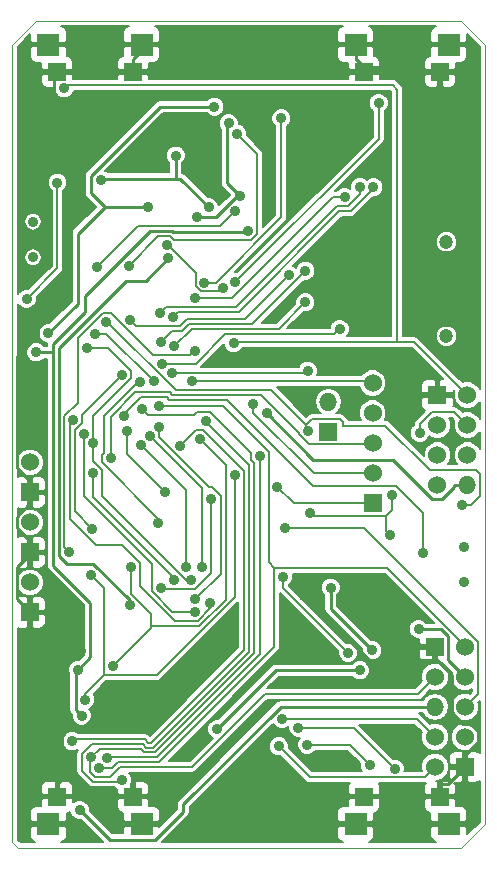
<source format=gbl>
G04 (created by PCBNEW (2013-dec-23)-stable) date Tue 01 Jul 2014 06:11:27 EEST*
%MOIN*%
G04 Gerber Fmt 3.4, Leading zero omitted, Abs format*
%FSLAX34Y34*%
G01*
G70*
G90*
G04 APERTURE LIST*
%ADD10C,0.00590551*%
%ADD11C,0.00393701*%
%ADD12R,0.06X0.06*%
%ADD13C,0.06*%
%ADD14O,0.06X0.06*%
%ADD15C,0.0354331*%
%ADD16R,0.0748031X0.0748031*%
%ADD17R,0.0590551X0.0590551*%
%ADD18C,0.0472441*%
%ADD19C,0.035*%
%ADD20C,0.0114961*%
%ADD21C,0.00799213*%
G04 APERTURE END LIST*
G54D10*
G54D11*
X7874Y-35236D02*
X8070Y-35433D01*
X23622Y-34645D02*
X22834Y-35433D01*
X22834Y-7874D02*
X23622Y-8661D01*
X8661Y-7874D02*
X7874Y-8661D01*
X22834Y-35433D02*
X8070Y-35433D01*
X8661Y-7874D02*
X22834Y-7874D01*
X7874Y-35236D02*
X7874Y-8661D01*
X23622Y-8661D02*
X23622Y-34645D01*
G54D12*
X19881Y-23948D03*
G54D13*
X19881Y-22948D03*
X19881Y-21948D03*
X19881Y-20948D03*
X19881Y-19948D03*
G54D14*
X23039Y-23350D03*
G54D13*
X22039Y-23350D03*
X23039Y-22350D03*
X22039Y-22350D03*
X23039Y-21350D03*
X22039Y-21350D03*
X23039Y-20350D03*
G54D12*
X22039Y-20350D03*
G54D14*
X21961Y-30738D03*
G54D13*
X22961Y-30738D03*
X21961Y-31738D03*
X22961Y-31738D03*
X21961Y-32738D03*
G54D12*
X22961Y-32738D03*
X21961Y-28738D03*
G54D13*
X22961Y-28738D03*
X21961Y-29738D03*
X22961Y-29738D03*
G54D12*
X8461Y-23588D03*
G54D13*
X8461Y-22588D03*
G54D12*
X8461Y-25588D03*
G54D13*
X8461Y-24588D03*
X8461Y-26588D03*
G54D12*
X8461Y-27588D03*
G54D14*
X18405Y-20562D03*
G54D12*
X18405Y-21562D03*
G54D15*
X22933Y-26574D03*
X22933Y-25393D03*
X8562Y-14566D03*
X8562Y-15748D03*
G54D16*
X9074Y-34645D03*
X12185Y-34645D03*
G54D17*
X11889Y-33730D03*
X9370Y-33730D03*
G54D16*
X19311Y-34645D03*
X22421Y-34645D03*
G54D17*
X22125Y-33730D03*
X19606Y-33730D03*
G54D16*
X22421Y-8661D03*
X19311Y-8661D03*
G54D17*
X19606Y-9576D03*
X22125Y-9576D03*
G54D16*
X12185Y-8661D03*
X9074Y-8661D03*
G54D17*
X9370Y-9576D03*
X11889Y-9576D03*
G54D18*
X22342Y-18385D03*
X22342Y-15236D03*
G54D19*
X9066Y-18291D03*
X16357Y-20958D03*
X14605Y-10739D03*
X12396Y-14065D03*
X18486Y-26768D03*
X19863Y-28849D03*
X14414Y-14092D03*
X13325Y-12361D03*
X10830Y-13174D03*
X14207Y-26085D03*
X12466Y-21717D03*
X10566Y-22956D03*
X13248Y-26519D03*
X13648Y-26079D03*
X12150Y-22010D03*
X16117Y-22388D03*
X11028Y-32444D03*
X11522Y-33179D03*
X14338Y-21222D03*
X12744Y-20724D03*
X10753Y-32775D03*
X10502Y-32420D03*
X12186Y-20798D03*
X17715Y-19533D03*
X13190Y-19594D03*
X18784Y-18143D03*
X12864Y-19312D03*
X17086Y-16331D03*
X11798Y-17833D03*
X12819Y-18581D03*
X17633Y-16207D03*
X17633Y-17249D03*
X13270Y-18725D03*
X21554Y-25600D03*
X11602Y-21045D03*
X10263Y-21649D03*
X13946Y-27569D03*
X16754Y-32049D03*
X14473Y-27261D03*
X17404Y-31432D03*
X20610Y-32795D03*
X9900Y-21163D03*
X16855Y-31135D03*
X13967Y-27140D03*
X12759Y-21397D03*
X19464Y-13413D03*
X12790Y-17618D03*
X19904Y-13413D03*
X13219Y-17749D03*
X18943Y-13749D03*
X13958Y-17110D03*
X13064Y-15782D03*
X11781Y-27355D03*
X14700Y-31480D03*
X19455Y-29522D03*
X10615Y-18299D03*
X12594Y-19890D03*
X9376Y-13262D03*
X8347Y-17143D03*
X17734Y-21529D03*
X22873Y-24006D03*
X11001Y-17898D03*
X17593Y-27059D03*
X10162Y-28885D03*
X21451Y-21610D03*
X15294Y-14222D03*
X10702Y-16075D03*
X16709Y-23403D03*
X15897Y-20637D03*
X11149Y-22457D03*
X13846Y-19888D03*
X16965Y-24782D03*
X21416Y-28143D03*
X10118Y-34175D03*
X14272Y-16593D03*
X16839Y-11118D03*
X11238Y-29385D03*
X11816Y-26082D03*
X14112Y-21817D03*
X15304Y-23021D03*
X10483Y-26334D03*
X10301Y-30501D03*
X10067Y-29493D03*
X15718Y-14877D03*
X10182Y-31037D03*
X8661Y-18920D03*
X15465Y-13711D03*
X15082Y-11288D03*
X14017Y-14420D03*
X13958Y-18868D03*
X9764Y-25579D03*
X10348Y-18785D03*
X10575Y-21952D03*
X13836Y-26497D03*
X17698Y-31999D03*
X19788Y-32672D03*
X10531Y-24799D03*
X11532Y-19676D03*
X13013Y-15353D03*
X14895Y-16777D03*
X9862Y-31889D03*
X13474Y-22031D03*
X12820Y-26770D03*
X14503Y-23812D03*
X11683Y-21535D03*
X12974Y-23588D03*
X16905Y-26397D03*
X19061Y-28933D03*
X11752Y-16047D03*
X15355Y-11632D03*
X20463Y-25011D03*
X20515Y-23668D03*
X17792Y-24267D03*
X9597Y-10125D03*
X15244Y-18614D03*
X20083Y-10614D03*
X15309Y-16585D03*
X12741Y-24625D03*
X12125Y-19893D03*
G54D20*
X12796Y-10739D02*
X14605Y-10739D01*
X10501Y-13034D02*
X12796Y-10739D01*
X10501Y-13612D02*
X10501Y-13034D01*
X10960Y-14072D02*
X10501Y-13612D01*
X12389Y-14072D02*
X10960Y-14072D01*
X12396Y-14065D02*
X12389Y-14072D01*
X10060Y-17297D02*
X9066Y-18291D01*
X10060Y-14972D02*
X10060Y-17297D01*
X10960Y-14072D02*
X10060Y-14972D01*
X23039Y-23350D02*
X22603Y-23350D01*
X17899Y-22499D02*
X16357Y-20958D01*
X20565Y-22499D02*
X17899Y-22499D01*
X21872Y-23806D02*
X20565Y-22499D01*
X22201Y-23806D02*
X21872Y-23806D01*
X22603Y-23404D02*
X22201Y-23806D01*
X22603Y-23350D02*
X22603Y-23404D01*
X18486Y-27473D02*
X19863Y-28849D01*
X18486Y-26768D02*
X18486Y-27473D01*
X10866Y-13138D02*
X10830Y-13174D01*
X13325Y-13138D02*
X10866Y-13138D01*
X13460Y-13138D02*
X13325Y-13138D01*
X14414Y-14092D02*
X13460Y-13138D01*
X13325Y-13138D02*
X13325Y-12361D01*
G54D21*
X14207Y-23459D02*
X14207Y-26085D01*
X12466Y-21717D02*
X14207Y-23459D01*
X10566Y-23748D02*
X10566Y-22956D01*
X13248Y-26431D02*
X10566Y-23748D01*
X13248Y-26519D02*
X13248Y-26431D01*
X13648Y-23508D02*
X13648Y-26079D01*
X12150Y-22010D02*
X13648Y-23508D01*
X16117Y-28990D02*
X16117Y-22388D01*
X12691Y-32415D02*
X16117Y-28990D01*
X11056Y-32415D02*
X12691Y-32415D01*
X11028Y-32444D02*
X11056Y-32415D01*
X14338Y-21259D02*
X14338Y-21222D01*
X15764Y-22686D02*
X14338Y-21259D01*
X15764Y-28894D02*
X15764Y-22686D01*
X12560Y-32098D02*
X15764Y-28894D01*
X12338Y-32098D02*
X12560Y-32098D01*
X12222Y-31982D02*
X12338Y-32098D01*
X10512Y-31982D02*
X12222Y-31982D01*
X10198Y-32297D02*
X10512Y-31982D01*
X10198Y-32860D02*
X10198Y-32297D01*
X10566Y-33228D02*
X10198Y-32860D01*
X11473Y-33228D02*
X10566Y-33228D01*
X11522Y-33179D02*
X11473Y-33228D01*
X22961Y-28693D02*
X22961Y-28738D01*
X20367Y-26100D02*
X22961Y-28693D01*
X16594Y-26100D02*
X20367Y-26100D01*
X16415Y-25921D02*
X16594Y-26100D01*
X16415Y-22240D02*
X16415Y-25921D01*
X14899Y-20724D02*
X16415Y-22240D01*
X12744Y-20724D02*
X14899Y-20724D01*
X16594Y-28738D02*
X16594Y-26100D01*
X12757Y-32574D02*
X16594Y-28738D01*
X11399Y-32574D02*
X12757Y-32574D01*
X11198Y-32775D02*
X11399Y-32574D01*
X10753Y-32775D02*
X11198Y-32775D01*
X12406Y-21018D02*
X12186Y-20798D01*
X13914Y-21018D02*
X12406Y-21018D01*
X14028Y-20904D02*
X13914Y-21018D01*
X14457Y-20904D02*
X14028Y-20904D01*
X15823Y-22271D02*
X14457Y-20904D01*
X15823Y-22520D02*
X15823Y-22271D01*
X15926Y-22623D02*
X15823Y-22520D01*
X15926Y-28956D02*
X15926Y-22623D01*
X12626Y-32257D02*
X15926Y-28956D01*
X12272Y-32257D02*
X12626Y-32257D01*
X12157Y-32141D02*
X12272Y-32257D01*
X10781Y-32141D02*
X12157Y-32141D01*
X10502Y-32420D02*
X10781Y-32141D01*
X10459Y-32463D02*
X10502Y-32420D01*
X10459Y-32897D02*
X10459Y-32463D01*
X10631Y-33069D02*
X10459Y-32897D01*
X11139Y-33069D02*
X10631Y-33069D01*
X11475Y-32733D02*
X11139Y-33069D01*
X13865Y-32733D02*
X11475Y-32733D01*
X16279Y-30320D02*
X13865Y-32733D01*
X21380Y-30320D02*
X16279Y-30320D01*
X21961Y-29738D02*
X21380Y-30320D01*
X17654Y-19594D02*
X17715Y-19533D01*
X13190Y-19594D02*
X17654Y-19594D01*
X12877Y-19300D02*
X12864Y-19312D01*
X13982Y-19300D02*
X12877Y-19300D01*
X14963Y-18319D02*
X13982Y-19300D01*
X18608Y-18319D02*
X14963Y-18319D01*
X18784Y-18143D02*
X18608Y-18319D01*
X15620Y-17797D02*
X17086Y-16331D01*
X13708Y-17797D02*
X15620Y-17797D01*
X13462Y-18043D02*
X13708Y-17797D01*
X12009Y-18043D02*
X13462Y-18043D01*
X11798Y-17833D02*
X12009Y-18043D01*
X15860Y-17979D02*
X17633Y-16207D01*
X13751Y-17979D02*
X15860Y-17979D01*
X13528Y-18202D02*
X13751Y-17979D01*
X13198Y-18202D02*
X13528Y-18202D01*
X12819Y-18581D02*
X13198Y-18202D01*
X16744Y-18138D02*
X17633Y-17249D01*
X13856Y-18138D02*
X16744Y-18138D01*
X13270Y-18725D02*
X13856Y-18138D01*
X21554Y-24270D02*
X21554Y-25600D01*
X20659Y-23374D02*
X21554Y-24270D01*
X17905Y-23374D02*
X20659Y-23374D01*
X15031Y-20500D02*
X17905Y-23374D01*
X13099Y-20500D02*
X15031Y-20500D01*
X13019Y-20420D02*
X13099Y-20500D01*
X12144Y-20420D02*
X13019Y-20420D01*
X11602Y-20962D02*
X12144Y-20420D01*
X11602Y-21045D02*
X11602Y-20962D01*
X13203Y-27569D02*
X13946Y-27569D01*
X12526Y-26892D02*
X13203Y-27569D01*
X12526Y-25968D02*
X12526Y-26892D01*
X10263Y-23706D02*
X12526Y-25968D01*
X10263Y-21649D02*
X10263Y-23706D01*
X17794Y-33089D02*
X16754Y-32049D01*
X21610Y-33089D02*
X17794Y-33089D01*
X21961Y-32738D02*
X21610Y-33089D01*
X19246Y-31432D02*
X20610Y-32795D01*
X17404Y-31432D02*
X19246Y-31432D01*
X9796Y-21267D02*
X9900Y-21163D01*
X9796Y-24488D02*
X9796Y-21267D01*
X10648Y-25341D02*
X9796Y-24488D01*
X11519Y-25341D02*
X10648Y-25341D01*
X12129Y-25951D02*
X11519Y-25341D01*
X12129Y-26722D02*
X12129Y-25951D01*
X13286Y-27879D02*
X12129Y-26722D01*
X14051Y-27879D02*
X13286Y-27879D01*
X14473Y-27457D02*
X14051Y-27879D01*
X14473Y-27261D02*
X14473Y-27457D01*
X14473Y-27261D02*
X14473Y-27261D01*
X12759Y-21756D02*
X12759Y-21397D01*
X14415Y-23412D02*
X12759Y-21756D01*
X14518Y-23412D02*
X14415Y-23412D01*
X14810Y-23703D02*
X14518Y-23412D01*
X14810Y-26297D02*
X14810Y-23703D01*
X13967Y-27140D02*
X14810Y-26297D01*
X21357Y-31135D02*
X21961Y-31738D01*
X16855Y-31135D02*
X21357Y-31135D01*
X19464Y-13645D02*
X19464Y-13413D01*
X19055Y-14054D02*
X19464Y-13645D01*
X18683Y-14054D02*
X19055Y-14054D01*
X15331Y-17406D02*
X18683Y-14054D01*
X13002Y-17406D02*
X15331Y-17406D01*
X12790Y-17618D02*
X13002Y-17406D01*
X19904Y-13463D02*
X19904Y-13413D01*
X19154Y-14213D02*
X19904Y-13463D01*
X18771Y-14213D02*
X19154Y-14213D01*
X15419Y-17565D02*
X18771Y-14213D01*
X13403Y-17565D02*
X15419Y-17565D01*
X13219Y-17749D02*
X13403Y-17565D01*
X18561Y-13749D02*
X18943Y-13749D01*
X15200Y-17110D02*
X18561Y-13749D01*
X13958Y-17110D02*
X15200Y-17110D01*
G54D20*
X11781Y-27192D02*
X11781Y-27355D01*
X10549Y-25960D02*
X11781Y-27192D01*
X9687Y-25960D02*
X10549Y-25960D01*
X9429Y-25702D02*
X9687Y-25960D01*
X9429Y-18777D02*
X9429Y-25702D01*
X11676Y-16529D02*
X9429Y-18777D01*
X12317Y-16529D02*
X11676Y-16529D01*
X13064Y-15782D02*
X12317Y-16529D01*
X16658Y-29522D02*
X19455Y-29522D01*
X14700Y-31480D02*
X16658Y-29522D01*
G54D21*
X11003Y-18299D02*
X12594Y-19890D01*
X10615Y-18299D02*
X11003Y-18299D01*
X9376Y-16114D02*
X8347Y-17143D01*
X9376Y-13262D02*
X9376Y-16114D01*
X17665Y-21342D02*
X17665Y-21459D01*
X17665Y-21459D02*
X17734Y-21529D01*
X17862Y-21144D02*
X18801Y-21144D01*
X17862Y-21144D02*
X17665Y-21342D01*
X18897Y-21372D02*
X20306Y-21372D01*
X20306Y-21372D02*
X21784Y-22850D01*
X21784Y-22850D02*
X23328Y-22850D01*
X23328Y-22850D02*
X23458Y-22979D01*
X23458Y-22979D02*
X23458Y-23702D01*
X23458Y-23702D02*
X23153Y-24006D01*
X23153Y-24006D02*
X22873Y-24006D01*
X18897Y-21240D02*
X18897Y-21372D01*
X18801Y-21144D02*
X18897Y-21240D01*
X16505Y-20182D02*
X17665Y-21342D01*
X13313Y-20182D02*
X16505Y-20182D01*
X11029Y-17898D02*
X13313Y-20182D01*
X11001Y-17898D02*
X11029Y-17898D01*
G54D20*
X8461Y-27588D02*
X9461Y-27588D01*
X9534Y-27662D02*
X9534Y-28885D01*
X9461Y-27588D02*
X9534Y-27662D01*
X8461Y-25588D02*
X8461Y-25633D01*
X8011Y-27139D02*
X8461Y-27588D01*
X8011Y-26082D02*
X8011Y-27139D01*
X8461Y-25633D02*
X8011Y-26082D01*
X9534Y-28885D02*
X10162Y-28885D01*
X8461Y-23588D02*
X8461Y-23152D01*
X8406Y-23152D02*
X8461Y-23152D01*
X8025Y-22770D02*
X8406Y-23152D01*
X8025Y-19039D02*
X8025Y-22770D01*
X8727Y-18336D02*
X8025Y-19039D01*
X8727Y-17149D02*
X8727Y-18336D01*
X9702Y-16174D02*
X8727Y-17149D01*
X9702Y-12991D02*
X9702Y-16174D01*
X9275Y-12563D02*
X9702Y-12991D01*
X9275Y-9671D02*
X9275Y-12563D01*
X9370Y-9576D02*
X9275Y-9671D01*
X8461Y-23588D02*
X8461Y-24025D01*
X8461Y-25588D02*
X8461Y-25152D01*
X8406Y-24025D02*
X8461Y-24025D01*
X8025Y-24407D02*
X8406Y-24025D01*
X8025Y-24770D02*
X8025Y-24407D01*
X8406Y-25152D02*
X8025Y-24770D01*
X8461Y-25152D02*
X8406Y-25152D01*
X21539Y-9421D02*
X21694Y-9576D01*
X19606Y-9421D02*
X21539Y-9421D01*
X19356Y-9171D02*
X19606Y-9421D01*
X19311Y-9171D02*
X19356Y-9171D01*
X22125Y-9576D02*
X21694Y-9576D01*
X19311Y-8661D02*
X19311Y-9171D01*
X19606Y-9576D02*
X19606Y-9421D01*
X12185Y-8661D02*
X19311Y-8661D01*
X12185Y-8849D02*
X12185Y-8661D01*
X11889Y-9145D02*
X12185Y-8849D01*
X21961Y-28738D02*
X21961Y-29175D01*
X19606Y-33730D02*
X22125Y-33730D01*
X22401Y-33298D02*
X22961Y-32738D01*
X22125Y-33298D02*
X22401Y-33298D01*
X22125Y-33730D02*
X22125Y-33298D01*
X11889Y-33730D02*
X9370Y-33730D01*
X9370Y-33730D02*
X9370Y-33298D01*
X9370Y-33298D02*
X9534Y-33133D01*
X9534Y-33133D02*
X9534Y-28885D01*
X22016Y-29175D02*
X21961Y-29175D01*
X22518Y-29678D02*
X22016Y-29175D01*
X22518Y-30914D02*
X22518Y-29678D01*
X22906Y-31302D02*
X22518Y-30914D01*
X23142Y-31302D02*
X22906Y-31302D01*
X23397Y-31558D02*
X23142Y-31302D01*
X23397Y-31919D02*
X23397Y-31558D01*
X22961Y-32356D02*
X23397Y-31919D01*
X22961Y-32356D02*
X22961Y-32356D01*
X22961Y-32738D02*
X22961Y-32356D01*
X11889Y-9576D02*
X11889Y-9145D01*
X17628Y-27059D02*
X17593Y-27059D01*
X19744Y-29175D02*
X17628Y-27059D01*
X21961Y-29175D02*
X19744Y-29175D01*
G54D21*
X21451Y-21315D02*
X21451Y-21610D01*
X21852Y-20913D02*
X21451Y-21315D01*
X22602Y-20913D02*
X21852Y-20913D01*
X23039Y-21350D02*
X22602Y-20913D01*
X12070Y-14707D02*
X10702Y-16075D01*
X13280Y-14707D02*
X12070Y-14707D01*
X13297Y-14723D02*
X13280Y-14707D01*
X14793Y-14723D02*
X13297Y-14723D01*
X15294Y-14222D02*
X14793Y-14723D01*
X17254Y-23948D02*
X16709Y-23403D01*
X19881Y-23948D02*
X17254Y-23948D01*
X17918Y-22948D02*
X19881Y-22948D01*
X15897Y-20927D02*
X17918Y-22948D01*
X15897Y-20637D02*
X15897Y-20927D01*
X19848Y-21981D02*
X19881Y-21948D01*
X17771Y-21981D02*
X19848Y-21981D01*
X17441Y-21651D02*
X17771Y-21981D01*
X17441Y-21610D02*
X17441Y-21651D01*
X16172Y-20341D02*
X17441Y-21610D01*
X13197Y-20341D02*
X16172Y-20341D01*
X13115Y-20258D02*
X13197Y-20341D01*
X11953Y-20258D02*
X13115Y-20258D01*
X11149Y-21062D02*
X11953Y-20258D01*
X11149Y-22457D02*
X11149Y-21062D01*
X11149Y-22457D02*
X11149Y-22457D01*
X19821Y-19888D02*
X19881Y-19948D01*
X13846Y-19888D02*
X19821Y-19888D01*
X23395Y-30304D02*
X22961Y-30738D01*
X23395Y-28574D02*
X23395Y-30304D01*
X19603Y-24782D02*
X23395Y-28574D01*
X16965Y-24782D02*
X19603Y-24782D01*
G54D20*
X11114Y-35171D02*
X10118Y-34175D01*
X12626Y-35171D02*
X11114Y-35171D01*
X13567Y-34231D02*
X12626Y-35171D01*
X13567Y-33982D02*
X13567Y-34231D01*
X16811Y-30738D02*
X13567Y-33982D01*
X21961Y-30738D02*
X16811Y-30738D01*
X22160Y-28143D02*
X21416Y-28143D01*
X22397Y-28380D02*
X22160Y-28143D01*
X22397Y-29175D02*
X22397Y-28380D01*
X22961Y-29738D02*
X22397Y-29175D01*
G54D21*
X16839Y-11118D02*
X16839Y-11118D01*
X16839Y-14412D02*
X16839Y-11118D01*
X14659Y-16593D02*
X16839Y-14412D01*
X14272Y-16593D02*
X14659Y-16593D01*
X11816Y-26975D02*
X11816Y-26082D01*
X12498Y-27657D02*
X11816Y-26975D01*
X12498Y-28049D02*
X12498Y-27657D01*
X12498Y-28125D02*
X12498Y-28049D01*
X11238Y-29385D02*
X12498Y-28125D01*
X14105Y-28049D02*
X12498Y-28049D01*
X14981Y-27174D02*
X14105Y-28049D01*
X14981Y-22686D02*
X14981Y-27174D01*
X14112Y-21817D02*
X14981Y-22686D01*
X10927Y-26778D02*
X10483Y-26334D01*
X10927Y-29681D02*
X10927Y-26778D01*
X12698Y-29681D02*
X10927Y-29681D01*
X15304Y-27075D02*
X12698Y-29681D01*
X15304Y-23021D02*
X15304Y-27075D01*
X10301Y-30307D02*
X10301Y-30501D01*
X10927Y-29681D02*
X10301Y-30307D01*
G54D20*
X15677Y-14918D02*
X15718Y-14877D01*
X13242Y-14918D02*
X15677Y-14918D01*
X13207Y-14883D02*
X13242Y-14918D01*
X12474Y-14883D02*
X13207Y-14883D01*
X10308Y-17048D02*
X12474Y-14883D01*
X10308Y-17585D02*
X10308Y-17048D01*
X9235Y-18658D02*
X10308Y-17585D01*
X9235Y-18920D02*
X9235Y-18658D01*
X8661Y-18920D02*
X9235Y-18920D01*
X9983Y-29577D02*
X10067Y-29493D01*
X9983Y-30837D02*
X9983Y-29577D01*
X10182Y-31037D02*
X9983Y-30837D01*
X9235Y-26028D02*
X9235Y-18920D01*
X10473Y-27266D02*
X9235Y-26028D01*
X10473Y-29086D02*
X10473Y-27266D01*
X10067Y-29493D02*
X10473Y-29086D01*
X15041Y-11328D02*
X15082Y-11288D01*
X15041Y-13287D02*
X15041Y-11328D01*
X15465Y-13711D02*
X15041Y-13287D01*
X14656Y-14420D02*
X14017Y-14420D01*
X15364Y-13711D02*
X14656Y-14420D01*
X15465Y-13711D02*
X15364Y-13711D01*
G54D21*
X9605Y-25420D02*
X9764Y-25579D01*
X9605Y-21042D02*
X9605Y-25420D01*
X10054Y-20593D02*
X9605Y-21042D01*
X10054Y-18430D02*
X10054Y-20593D01*
X10880Y-17604D02*
X10054Y-18430D01*
X11148Y-17604D02*
X10880Y-17604D01*
X12563Y-19019D02*
X11148Y-17604D01*
X13807Y-19019D02*
X12563Y-19019D01*
X13958Y-18868D02*
X13807Y-19019D01*
X10575Y-21049D02*
X10575Y-21952D01*
X11832Y-19792D02*
X10575Y-21049D01*
X11832Y-19559D02*
X11832Y-19792D01*
X11057Y-18785D02*
X11832Y-19559D01*
X10348Y-18785D02*
X11057Y-18785D01*
X19115Y-31999D02*
X17698Y-31999D01*
X19788Y-32672D02*
X19115Y-31999D01*
X10575Y-22549D02*
X10575Y-21952D01*
X10575Y-22549D02*
X10575Y-22549D01*
X10860Y-22834D02*
X10575Y-22549D01*
X10860Y-23706D02*
X10860Y-22834D01*
X13651Y-26497D02*
X10860Y-23706D01*
X13836Y-26497D02*
X13651Y-26497D01*
X10193Y-21015D02*
X11532Y-19676D01*
X10193Y-21285D02*
X10193Y-21015D01*
X9954Y-21524D02*
X10193Y-21285D01*
X9954Y-24222D02*
X9954Y-21524D01*
X10531Y-24799D02*
X9954Y-24222D01*
X14781Y-16892D02*
X14895Y-16777D01*
X14156Y-16892D02*
X14781Y-16892D01*
X13978Y-16714D02*
X14156Y-16892D01*
X13978Y-16276D02*
X13978Y-16714D01*
X13055Y-15353D02*
X13978Y-16276D01*
X13013Y-15353D02*
X13055Y-15353D01*
X13981Y-21523D02*
X13474Y-22031D01*
X14237Y-21523D02*
X13981Y-21523D01*
X15601Y-22888D02*
X14237Y-21523D01*
X15601Y-28832D02*
X15601Y-22888D01*
X12494Y-31939D02*
X15601Y-28832D01*
X12404Y-31939D02*
X12494Y-31939D01*
X12288Y-31824D02*
X12404Y-31939D01*
X9928Y-31824D02*
X12288Y-31824D01*
X9862Y-31889D02*
X9928Y-31824D01*
X14503Y-26260D02*
X14503Y-23812D01*
X13944Y-26818D02*
X14503Y-26260D01*
X12868Y-26818D02*
X13944Y-26818D01*
X12820Y-26770D02*
X12868Y-26818D01*
X11683Y-21535D02*
X11683Y-21535D01*
X11683Y-22297D02*
X11683Y-21535D01*
X12974Y-23588D02*
X11683Y-22297D01*
X19051Y-28933D02*
X19061Y-28933D01*
X16905Y-26787D02*
X19051Y-28933D01*
X16905Y-26397D02*
X16905Y-26787D01*
X12740Y-15059D02*
X11752Y-16047D01*
X13134Y-15059D02*
X12740Y-15059D01*
X13246Y-15171D02*
X13134Y-15059D01*
X15840Y-15171D02*
X13246Y-15171D01*
X16030Y-14980D02*
X15840Y-15171D01*
X16030Y-12307D02*
X16030Y-14980D01*
X15355Y-11632D02*
X16030Y-12307D01*
X15281Y-18577D02*
X15244Y-18614D01*
X20701Y-18577D02*
X15281Y-18577D01*
X21266Y-18577D02*
X20701Y-18577D01*
X23039Y-20350D02*
X21266Y-18577D01*
X9718Y-10004D02*
X9597Y-10125D01*
X20543Y-10004D02*
X9718Y-10004D01*
X20701Y-10163D02*
X20543Y-10004D01*
X20701Y-18577D02*
X20701Y-10163D01*
X17895Y-24370D02*
X17792Y-24267D01*
X20326Y-24370D02*
X17895Y-24370D01*
X20326Y-24874D02*
X20463Y-25011D01*
X20326Y-24370D02*
X20326Y-24874D01*
X20515Y-24181D02*
X20326Y-24370D01*
X20515Y-23668D02*
X20515Y-24181D01*
X20083Y-11812D02*
X20083Y-10614D01*
X15309Y-16585D02*
X20083Y-11812D01*
X12741Y-24473D02*
X12741Y-24625D01*
X10853Y-22585D02*
X12741Y-24473D01*
X10853Y-22337D02*
X10853Y-22585D01*
X10925Y-22265D02*
X10853Y-22337D01*
X10925Y-21031D02*
X10925Y-22265D01*
X12063Y-19893D02*
X10925Y-21031D01*
X12125Y-19893D02*
X12063Y-19893D01*
G54D10*
G36*
X18473Y-21623D02*
X18465Y-21623D01*
X18465Y-21630D01*
X18345Y-21630D01*
X18345Y-21623D01*
X18337Y-21623D01*
X18337Y-21502D01*
X18345Y-21502D01*
X18345Y-21495D01*
X18465Y-21495D01*
X18465Y-21502D01*
X18473Y-21502D01*
X18473Y-21623D01*
X18473Y-21623D01*
G37*
G54D21*
X18473Y-21623D02*
X18465Y-21623D01*
X18465Y-21630D01*
X18345Y-21630D01*
X18345Y-21623D01*
X18337Y-21623D01*
X18337Y-21502D01*
X18345Y-21502D01*
X18345Y-21495D01*
X18465Y-21495D01*
X18465Y-21502D01*
X18473Y-21502D01*
X18473Y-21623D01*
G54D10*
G36*
X23444Y-22130D02*
X23427Y-22091D01*
X23299Y-21962D01*
X23130Y-21892D01*
X22948Y-21892D01*
X22780Y-21961D01*
X22651Y-22090D01*
X22581Y-22258D01*
X22581Y-22441D01*
X22650Y-22609D01*
X22693Y-22652D01*
X22385Y-22652D01*
X22427Y-22610D01*
X22497Y-22441D01*
X22497Y-22259D01*
X22427Y-22091D01*
X22299Y-21962D01*
X22130Y-21892D01*
X21948Y-21892D01*
X21780Y-21961D01*
X21651Y-22090D01*
X21581Y-22258D01*
X21581Y-22367D01*
X20446Y-21232D01*
X20382Y-21189D01*
X20306Y-21174D01*
X20284Y-21174D01*
X20339Y-21040D01*
X20340Y-20858D01*
X20270Y-20689D01*
X20141Y-20560D01*
X19973Y-20490D01*
X19791Y-20490D01*
X19622Y-20560D01*
X19493Y-20689D01*
X19423Y-20857D01*
X19423Y-21039D01*
X19479Y-21174D01*
X19082Y-21174D01*
X19080Y-21164D01*
X19037Y-21100D01*
X19037Y-21100D01*
X18941Y-21004D01*
X18877Y-20961D01*
X18801Y-20946D01*
X18665Y-20946D01*
X18654Y-20946D01*
X18729Y-20895D01*
X18828Y-20747D01*
X18863Y-20571D01*
X18863Y-20554D01*
X18828Y-20378D01*
X18729Y-20230D01*
X18580Y-20130D01*
X18405Y-20095D01*
X18230Y-20130D01*
X18081Y-20230D01*
X17982Y-20378D01*
X17947Y-20554D01*
X17947Y-20571D01*
X17982Y-20747D01*
X18081Y-20895D01*
X18156Y-20946D01*
X17862Y-20946D01*
X17862Y-20946D01*
X17787Y-20961D01*
X17722Y-21004D01*
X17722Y-21004D01*
X17665Y-21061D01*
X16689Y-20086D01*
X19443Y-20086D01*
X19493Y-20207D01*
X19622Y-20336D01*
X19790Y-20406D01*
X19972Y-20406D01*
X20141Y-20337D01*
X20269Y-20208D01*
X20339Y-20040D01*
X20340Y-19858D01*
X20270Y-19689D01*
X20141Y-19560D01*
X19973Y-19490D01*
X19791Y-19490D01*
X19622Y-19560D01*
X19493Y-19689D01*
X19493Y-19690D01*
X18010Y-19690D01*
X18048Y-19600D01*
X18048Y-19467D01*
X17997Y-19345D01*
X17904Y-19251D01*
X17781Y-19200D01*
X17649Y-19200D01*
X17526Y-19251D01*
X17432Y-19344D01*
X17411Y-19395D01*
X14166Y-19395D01*
X14911Y-18651D01*
X14911Y-18680D01*
X14961Y-18802D01*
X15055Y-18896D01*
X15177Y-18947D01*
X15310Y-18947D01*
X15432Y-18897D01*
X15526Y-18803D01*
X15538Y-18775D01*
X20701Y-18775D01*
X21184Y-18775D01*
X22219Y-19810D01*
X22159Y-19810D01*
X22099Y-19870D01*
X22099Y-20290D01*
X22519Y-20290D01*
X22579Y-20230D01*
X22579Y-20170D01*
X22606Y-20197D01*
X22581Y-20258D01*
X22581Y-20441D01*
X22650Y-20609D01*
X22779Y-20738D01*
X22947Y-20808D01*
X23130Y-20808D01*
X23298Y-20738D01*
X23427Y-20610D01*
X23444Y-20569D01*
X23444Y-21130D01*
X23427Y-21091D01*
X23299Y-20962D01*
X23130Y-20892D01*
X22948Y-20892D01*
X22886Y-20917D01*
X22742Y-20773D01*
X22678Y-20730D01*
X22602Y-20715D01*
X22571Y-20715D01*
X22579Y-20697D01*
X22579Y-20470D01*
X22519Y-20410D01*
X22099Y-20410D01*
X22099Y-20418D01*
X21979Y-20418D01*
X21979Y-20410D01*
X21979Y-20290D01*
X21979Y-19870D01*
X21919Y-19810D01*
X21786Y-19810D01*
X21691Y-19810D01*
X21603Y-19847D01*
X21535Y-19914D01*
X21499Y-20002D01*
X21499Y-20230D01*
X21559Y-20290D01*
X21979Y-20290D01*
X21979Y-20410D01*
X21559Y-20410D01*
X21499Y-20470D01*
X21499Y-20697D01*
X21535Y-20786D01*
X21603Y-20853D01*
X21624Y-20862D01*
X21311Y-21175D01*
X21268Y-21239D01*
X21253Y-21315D01*
X21253Y-21337D01*
X21168Y-21421D01*
X21118Y-21544D01*
X21117Y-21676D01*
X21168Y-21799D01*
X21262Y-21892D01*
X21384Y-21943D01*
X21517Y-21943D01*
X21639Y-21893D01*
X21733Y-21799D01*
X21764Y-21723D01*
X21779Y-21738D01*
X21947Y-21808D01*
X22130Y-21808D01*
X22298Y-21738D01*
X22427Y-21610D01*
X22497Y-21441D01*
X22497Y-21259D01*
X22436Y-21111D01*
X22520Y-21111D01*
X22606Y-21197D01*
X22581Y-21258D01*
X22581Y-21441D01*
X22650Y-21609D01*
X22779Y-21738D01*
X22947Y-21808D01*
X23130Y-21808D01*
X23298Y-21738D01*
X23427Y-21610D01*
X23444Y-21569D01*
X23444Y-22130D01*
X23444Y-22130D01*
G37*
G54D21*
X23444Y-22130D02*
X23427Y-22091D01*
X23299Y-21962D01*
X23130Y-21892D01*
X22948Y-21892D01*
X22780Y-21961D01*
X22651Y-22090D01*
X22581Y-22258D01*
X22581Y-22441D01*
X22650Y-22609D01*
X22693Y-22652D01*
X22385Y-22652D01*
X22427Y-22610D01*
X22497Y-22441D01*
X22497Y-22259D01*
X22427Y-22091D01*
X22299Y-21962D01*
X22130Y-21892D01*
X21948Y-21892D01*
X21780Y-21961D01*
X21651Y-22090D01*
X21581Y-22258D01*
X21581Y-22367D01*
X20446Y-21232D01*
X20382Y-21189D01*
X20306Y-21174D01*
X20284Y-21174D01*
X20339Y-21040D01*
X20340Y-20858D01*
X20270Y-20689D01*
X20141Y-20560D01*
X19973Y-20490D01*
X19791Y-20490D01*
X19622Y-20560D01*
X19493Y-20689D01*
X19423Y-20857D01*
X19423Y-21039D01*
X19479Y-21174D01*
X19082Y-21174D01*
X19080Y-21164D01*
X19037Y-21100D01*
X19037Y-21100D01*
X18941Y-21004D01*
X18877Y-20961D01*
X18801Y-20946D01*
X18665Y-20946D01*
X18654Y-20946D01*
X18729Y-20895D01*
X18828Y-20747D01*
X18863Y-20571D01*
X18863Y-20554D01*
X18828Y-20378D01*
X18729Y-20230D01*
X18580Y-20130D01*
X18405Y-20095D01*
X18230Y-20130D01*
X18081Y-20230D01*
X17982Y-20378D01*
X17947Y-20554D01*
X17947Y-20571D01*
X17982Y-20747D01*
X18081Y-20895D01*
X18156Y-20946D01*
X17862Y-20946D01*
X17862Y-20946D01*
X17787Y-20961D01*
X17722Y-21004D01*
X17722Y-21004D01*
X17665Y-21061D01*
X16689Y-20086D01*
X19443Y-20086D01*
X19493Y-20207D01*
X19622Y-20336D01*
X19790Y-20406D01*
X19972Y-20406D01*
X20141Y-20337D01*
X20269Y-20208D01*
X20339Y-20040D01*
X20340Y-19858D01*
X20270Y-19689D01*
X20141Y-19560D01*
X19973Y-19490D01*
X19791Y-19490D01*
X19622Y-19560D01*
X19493Y-19689D01*
X19493Y-19690D01*
X18010Y-19690D01*
X18048Y-19600D01*
X18048Y-19467D01*
X17997Y-19345D01*
X17904Y-19251D01*
X17781Y-19200D01*
X17649Y-19200D01*
X17526Y-19251D01*
X17432Y-19344D01*
X17411Y-19395D01*
X14166Y-19395D01*
X14911Y-18651D01*
X14911Y-18680D01*
X14961Y-18802D01*
X15055Y-18896D01*
X15177Y-18947D01*
X15310Y-18947D01*
X15432Y-18897D01*
X15526Y-18803D01*
X15538Y-18775D01*
X20701Y-18775D01*
X21184Y-18775D01*
X22219Y-19810D01*
X22159Y-19810D01*
X22099Y-19870D01*
X22099Y-20290D01*
X22519Y-20290D01*
X22579Y-20230D01*
X22579Y-20170D01*
X22606Y-20197D01*
X22581Y-20258D01*
X22581Y-20441D01*
X22650Y-20609D01*
X22779Y-20738D01*
X22947Y-20808D01*
X23130Y-20808D01*
X23298Y-20738D01*
X23427Y-20610D01*
X23444Y-20569D01*
X23444Y-21130D01*
X23427Y-21091D01*
X23299Y-20962D01*
X23130Y-20892D01*
X22948Y-20892D01*
X22886Y-20917D01*
X22742Y-20773D01*
X22678Y-20730D01*
X22602Y-20715D01*
X22571Y-20715D01*
X22579Y-20697D01*
X22579Y-20470D01*
X22519Y-20410D01*
X22099Y-20410D01*
X22099Y-20418D01*
X21979Y-20418D01*
X21979Y-20410D01*
X21979Y-20290D01*
X21979Y-19870D01*
X21919Y-19810D01*
X21786Y-19810D01*
X21691Y-19810D01*
X21603Y-19847D01*
X21535Y-19914D01*
X21499Y-20002D01*
X21499Y-20230D01*
X21559Y-20290D01*
X21979Y-20290D01*
X21979Y-20410D01*
X21559Y-20410D01*
X21499Y-20470D01*
X21499Y-20697D01*
X21535Y-20786D01*
X21603Y-20853D01*
X21624Y-20862D01*
X21311Y-21175D01*
X21268Y-21239D01*
X21253Y-21315D01*
X21253Y-21337D01*
X21168Y-21421D01*
X21118Y-21544D01*
X21117Y-21676D01*
X21168Y-21799D01*
X21262Y-21892D01*
X21384Y-21943D01*
X21517Y-21943D01*
X21639Y-21893D01*
X21733Y-21799D01*
X21764Y-21723D01*
X21779Y-21738D01*
X21947Y-21808D01*
X22130Y-21808D01*
X22298Y-21738D01*
X22427Y-21610D01*
X22497Y-21441D01*
X22497Y-21259D01*
X22436Y-21111D01*
X22520Y-21111D01*
X22606Y-21197D01*
X22581Y-21258D01*
X22581Y-21441D01*
X22650Y-21609D01*
X22779Y-21738D01*
X22947Y-21808D01*
X23130Y-21808D01*
X23298Y-21738D01*
X23427Y-21610D01*
X23444Y-21569D01*
X23444Y-22130D01*
G54D10*
G36*
X23444Y-34572D02*
X23035Y-34981D01*
X23035Y-34972D01*
X23035Y-34319D01*
X23035Y-34223D01*
X22998Y-34135D01*
X22931Y-34068D01*
X22901Y-34055D01*
X22901Y-33218D01*
X22901Y-32799D01*
X22901Y-32678D01*
X22901Y-32259D01*
X22841Y-32199D01*
X22708Y-32198D01*
X22613Y-32199D01*
X22525Y-32235D01*
X22457Y-32303D01*
X22421Y-32391D01*
X22421Y-32618D01*
X22481Y-32678D01*
X22901Y-32678D01*
X22901Y-32799D01*
X22481Y-32799D01*
X22421Y-32859D01*
X22421Y-33086D01*
X22457Y-33174D01*
X22484Y-33201D01*
X22468Y-33195D01*
X22246Y-33195D01*
X22186Y-33255D01*
X22186Y-33670D01*
X22601Y-33670D01*
X22661Y-33610D01*
X22661Y-33482D01*
X22661Y-33387D01*
X22624Y-33298D01*
X22598Y-33272D01*
X22613Y-33278D01*
X22708Y-33278D01*
X22841Y-33278D01*
X22901Y-33218D01*
X22901Y-34055D01*
X22842Y-34031D01*
X22661Y-34031D01*
X22661Y-33978D01*
X22661Y-33850D01*
X22601Y-33790D01*
X22186Y-33790D01*
X22186Y-33798D01*
X22065Y-33798D01*
X22065Y-33790D01*
X21650Y-33790D01*
X21590Y-33850D01*
X21590Y-33978D01*
X21590Y-34073D01*
X21627Y-34161D01*
X21694Y-34229D01*
X21783Y-34265D01*
X21807Y-34265D01*
X21807Y-34319D01*
X21807Y-34525D01*
X21867Y-34585D01*
X22361Y-34585D01*
X22361Y-34577D01*
X22481Y-34577D01*
X22481Y-34585D01*
X22975Y-34585D01*
X23035Y-34525D01*
X23035Y-34319D01*
X23035Y-34972D01*
X23035Y-34765D01*
X22975Y-34705D01*
X22481Y-34705D01*
X22481Y-34713D01*
X22361Y-34713D01*
X22361Y-34705D01*
X21867Y-34705D01*
X21807Y-34765D01*
X21807Y-34972D01*
X21807Y-35067D01*
X21843Y-35155D01*
X21911Y-35223D01*
X21989Y-35255D01*
X20141Y-35255D01*
X20141Y-33978D01*
X20141Y-33850D01*
X20081Y-33790D01*
X19666Y-33790D01*
X19666Y-33798D01*
X19546Y-33798D01*
X19546Y-33790D01*
X19131Y-33790D01*
X19071Y-33850D01*
X19071Y-33978D01*
X19071Y-34031D01*
X18889Y-34031D01*
X18801Y-34068D01*
X18733Y-34135D01*
X18697Y-34223D01*
X18697Y-34319D01*
X18697Y-34525D01*
X18757Y-34585D01*
X19250Y-34585D01*
X19250Y-34577D01*
X19371Y-34577D01*
X19371Y-34585D01*
X19865Y-34585D01*
X19925Y-34525D01*
X19925Y-34319D01*
X19924Y-34265D01*
X19949Y-34265D01*
X20037Y-34229D01*
X20104Y-34161D01*
X20141Y-34073D01*
X20141Y-33978D01*
X20141Y-35255D01*
X19743Y-35255D01*
X19820Y-35223D01*
X19888Y-35155D01*
X19924Y-35067D01*
X19925Y-34972D01*
X19925Y-34765D01*
X19865Y-34705D01*
X19371Y-34705D01*
X19371Y-34713D01*
X19250Y-34713D01*
X19250Y-34705D01*
X18757Y-34705D01*
X18697Y-34765D01*
X18697Y-34972D01*
X18697Y-35067D01*
X18733Y-35155D01*
X18801Y-35223D01*
X18878Y-35255D01*
X12848Y-35255D01*
X13720Y-34383D01*
X13766Y-34313D01*
X13783Y-34231D01*
X13783Y-34072D01*
X16560Y-31294D01*
X16572Y-31323D01*
X16666Y-31417D01*
X16788Y-31468D01*
X16921Y-31468D01*
X17043Y-31418D01*
X17071Y-31389D01*
X17071Y-31498D01*
X17122Y-31620D01*
X17216Y-31714D01*
X17338Y-31765D01*
X17462Y-31765D01*
X17416Y-31810D01*
X17365Y-31933D01*
X17365Y-32065D01*
X17416Y-32188D01*
X17509Y-32281D01*
X17632Y-32332D01*
X17764Y-32332D01*
X17887Y-32282D01*
X17971Y-32197D01*
X19033Y-32197D01*
X19455Y-32619D01*
X19455Y-32738D01*
X19505Y-32860D01*
X19536Y-32891D01*
X17876Y-32891D01*
X17087Y-32102D01*
X17087Y-31983D01*
X17036Y-31861D01*
X16943Y-31767D01*
X16820Y-31716D01*
X16688Y-31716D01*
X16565Y-31767D01*
X16472Y-31861D01*
X16421Y-31983D01*
X16421Y-32115D01*
X16471Y-32238D01*
X16565Y-32332D01*
X16687Y-32382D01*
X16807Y-32383D01*
X17654Y-33229D01*
X17654Y-33229D01*
X17718Y-33272D01*
X17794Y-33287D01*
X17794Y-33287D01*
X17794Y-33287D01*
X19118Y-33287D01*
X19107Y-33298D01*
X19071Y-33387D01*
X19071Y-33482D01*
X19071Y-33610D01*
X19131Y-33670D01*
X19546Y-33670D01*
X19546Y-33662D01*
X19666Y-33662D01*
X19666Y-33670D01*
X20081Y-33670D01*
X20141Y-33610D01*
X20141Y-33482D01*
X20141Y-33387D01*
X20104Y-33298D01*
X20093Y-33287D01*
X21610Y-33287D01*
X21645Y-33280D01*
X21627Y-33298D01*
X21590Y-33387D01*
X21590Y-33482D01*
X21590Y-33610D01*
X21650Y-33670D01*
X22065Y-33670D01*
X22065Y-33255D01*
X22007Y-33197D01*
X22052Y-33197D01*
X22220Y-33127D01*
X22349Y-32998D01*
X22419Y-32830D01*
X22419Y-32648D01*
X22349Y-32479D01*
X22221Y-32350D01*
X22052Y-32280D01*
X21870Y-32280D01*
X21702Y-32350D01*
X21573Y-32479D01*
X21503Y-32647D01*
X21503Y-32829D01*
X21528Y-32891D01*
X21528Y-32891D01*
X20931Y-32891D01*
X20943Y-32862D01*
X20943Y-32730D01*
X20892Y-32607D01*
X20799Y-32513D01*
X20676Y-32462D01*
X20557Y-32462D01*
X19427Y-31333D01*
X21275Y-31333D01*
X21528Y-31586D01*
X21503Y-31647D01*
X21503Y-31829D01*
X21572Y-31998D01*
X21701Y-32127D01*
X21869Y-32196D01*
X22052Y-32197D01*
X22220Y-32127D01*
X22349Y-31998D01*
X22419Y-31830D01*
X22419Y-31648D01*
X22349Y-31479D01*
X22221Y-31350D01*
X22052Y-31280D01*
X21870Y-31280D01*
X21808Y-31306D01*
X21497Y-30995D01*
X21436Y-30954D01*
X21525Y-30954D01*
X21559Y-30954D01*
X21637Y-31071D01*
X21786Y-31171D01*
X21961Y-31206D01*
X22136Y-31171D01*
X22285Y-31071D01*
X22384Y-30923D01*
X22419Y-30747D01*
X22419Y-30730D01*
X22384Y-30554D01*
X22285Y-30406D01*
X22136Y-30306D01*
X21961Y-30271D01*
X21786Y-30306D01*
X21637Y-30406D01*
X21559Y-30523D01*
X21525Y-30523D01*
X16811Y-30523D01*
X16729Y-30539D01*
X16659Y-30586D01*
X13415Y-33830D01*
X13368Y-33900D01*
X13352Y-33982D01*
X13352Y-34141D01*
X12799Y-34694D01*
X12799Y-34319D01*
X12798Y-34223D01*
X12762Y-34135D01*
X12694Y-34068D01*
X12606Y-34031D01*
X12424Y-34031D01*
X12425Y-33978D01*
X12425Y-33482D01*
X12424Y-33387D01*
X12388Y-33298D01*
X12320Y-33231D01*
X12232Y-33195D01*
X12009Y-33195D01*
X11949Y-33255D01*
X11949Y-33670D01*
X12365Y-33670D01*
X12425Y-33610D01*
X12425Y-33482D01*
X12425Y-33978D01*
X12425Y-33850D01*
X12365Y-33790D01*
X11949Y-33790D01*
X11949Y-33798D01*
X11829Y-33798D01*
X11829Y-33790D01*
X11414Y-33790D01*
X11354Y-33850D01*
X11354Y-33978D01*
X11354Y-34073D01*
X11391Y-34161D01*
X11458Y-34229D01*
X11546Y-34265D01*
X11571Y-34265D01*
X11571Y-34319D01*
X11571Y-34525D01*
X11631Y-34585D01*
X12125Y-34585D01*
X12125Y-34577D01*
X12245Y-34577D01*
X12245Y-34585D01*
X12739Y-34585D01*
X12799Y-34525D01*
X12799Y-34319D01*
X12799Y-34694D01*
X12763Y-34730D01*
X12739Y-34705D01*
X12245Y-34705D01*
X12245Y-34713D01*
X12125Y-34713D01*
X12125Y-34705D01*
X11631Y-34705D01*
X11571Y-34765D01*
X11571Y-34956D01*
X11203Y-34956D01*
X10451Y-34204D01*
X10451Y-34110D01*
X10400Y-33987D01*
X10307Y-33893D01*
X10184Y-33842D01*
X10052Y-33842D01*
X9929Y-33893D01*
X9905Y-33917D01*
X9905Y-33482D01*
X9905Y-33387D01*
X9868Y-33298D01*
X9801Y-33231D01*
X9712Y-33195D01*
X9490Y-33195D01*
X9430Y-33255D01*
X9430Y-33670D01*
X9845Y-33670D01*
X9905Y-33610D01*
X9905Y-33482D01*
X9905Y-33917D01*
X9905Y-33917D01*
X9905Y-33850D01*
X9845Y-33790D01*
X9430Y-33790D01*
X9430Y-33798D01*
X9310Y-33798D01*
X9310Y-33790D01*
X9310Y-33670D01*
X9310Y-33255D01*
X9250Y-33195D01*
X9027Y-33195D01*
X9001Y-33205D01*
X9001Y-27936D01*
X9001Y-27241D01*
X9001Y-25936D01*
X9001Y-25241D01*
X9001Y-23936D01*
X9001Y-23241D01*
X8964Y-23153D01*
X8897Y-23085D01*
X8809Y-23049D01*
X8713Y-23048D01*
X8581Y-23049D01*
X8521Y-23109D01*
X8521Y-23528D01*
X8941Y-23528D01*
X9001Y-23468D01*
X9001Y-23241D01*
X9001Y-23936D01*
X9001Y-23709D01*
X8941Y-23649D01*
X8521Y-23649D01*
X8521Y-24068D01*
X8581Y-24128D01*
X8713Y-24128D01*
X8809Y-24128D01*
X8897Y-24092D01*
X8964Y-24024D01*
X9001Y-23936D01*
X9001Y-25241D01*
X8964Y-25153D01*
X8897Y-25085D01*
X8809Y-25049D01*
X8713Y-25048D01*
X8581Y-25049D01*
X8521Y-25109D01*
X8521Y-25528D01*
X8941Y-25528D01*
X9001Y-25468D01*
X9001Y-25241D01*
X9001Y-25936D01*
X9001Y-25709D01*
X8941Y-25649D01*
X8521Y-25649D01*
X8521Y-26068D01*
X8581Y-26128D01*
X8713Y-26128D01*
X8809Y-26128D01*
X8897Y-26092D01*
X8964Y-26024D01*
X9001Y-25936D01*
X9001Y-27241D01*
X8964Y-27153D01*
X8897Y-27085D01*
X8809Y-27049D01*
X8713Y-27048D01*
X8581Y-27049D01*
X8521Y-27109D01*
X8521Y-27528D01*
X8941Y-27528D01*
X9001Y-27468D01*
X9001Y-27241D01*
X9001Y-27936D01*
X9001Y-27709D01*
X8941Y-27649D01*
X8521Y-27649D01*
X8521Y-28068D01*
X8581Y-28128D01*
X8713Y-28128D01*
X8809Y-28128D01*
X8897Y-28092D01*
X8964Y-28024D01*
X9001Y-27936D01*
X9001Y-33205D01*
X8939Y-33231D01*
X8871Y-33298D01*
X8834Y-33387D01*
X8834Y-33482D01*
X8834Y-33610D01*
X8894Y-33670D01*
X9310Y-33670D01*
X9310Y-33790D01*
X8894Y-33790D01*
X8834Y-33850D01*
X8834Y-33978D01*
X8834Y-34031D01*
X8653Y-34031D01*
X8565Y-34068D01*
X8497Y-34135D01*
X8460Y-34223D01*
X8460Y-34319D01*
X8460Y-34525D01*
X8520Y-34585D01*
X9014Y-34585D01*
X9014Y-34577D01*
X9134Y-34577D01*
X9134Y-34585D01*
X9628Y-34585D01*
X9688Y-34525D01*
X9688Y-34319D01*
X9688Y-34265D01*
X9712Y-34265D01*
X9784Y-34235D01*
X9784Y-34241D01*
X9835Y-34364D01*
X9929Y-34458D01*
X10051Y-34508D01*
X10146Y-34509D01*
X10892Y-35255D01*
X9506Y-35255D01*
X9584Y-35223D01*
X9652Y-35155D01*
X9688Y-35067D01*
X9688Y-34972D01*
X9688Y-34765D01*
X9628Y-34705D01*
X9134Y-34705D01*
X9134Y-34713D01*
X9014Y-34713D01*
X9014Y-34705D01*
X8520Y-34705D01*
X8460Y-34765D01*
X8460Y-34972D01*
X8460Y-35067D01*
X8497Y-35155D01*
X8565Y-35223D01*
X8642Y-35255D01*
X8144Y-35255D01*
X8051Y-35162D01*
X8051Y-28103D01*
X8113Y-28128D01*
X8208Y-28128D01*
X8341Y-28128D01*
X8401Y-28068D01*
X8401Y-27649D01*
X8393Y-27649D01*
X8393Y-27528D01*
X8401Y-27528D01*
X8401Y-27109D01*
X8341Y-27049D01*
X8208Y-27048D01*
X8113Y-27049D01*
X8051Y-27074D01*
X8051Y-26797D01*
X8072Y-26848D01*
X8201Y-26977D01*
X8369Y-27046D01*
X8552Y-27047D01*
X8720Y-26977D01*
X8849Y-26848D01*
X8919Y-26680D01*
X8919Y-26498D01*
X8849Y-26329D01*
X8721Y-26200D01*
X8552Y-26130D01*
X8370Y-26130D01*
X8202Y-26200D01*
X8073Y-26329D01*
X8051Y-26381D01*
X8051Y-26103D01*
X8113Y-26128D01*
X8208Y-26128D01*
X8341Y-26128D01*
X8401Y-26068D01*
X8401Y-25649D01*
X8393Y-25649D01*
X8393Y-25528D01*
X8401Y-25528D01*
X8401Y-25109D01*
X8341Y-25049D01*
X8208Y-25048D01*
X8113Y-25049D01*
X8051Y-25074D01*
X8051Y-24797D01*
X8072Y-24848D01*
X8201Y-24977D01*
X8369Y-25046D01*
X8552Y-25047D01*
X8720Y-24977D01*
X8849Y-24848D01*
X8919Y-24680D01*
X8919Y-24498D01*
X8849Y-24329D01*
X8721Y-24200D01*
X8552Y-24130D01*
X8370Y-24130D01*
X8202Y-24200D01*
X8073Y-24329D01*
X8051Y-24381D01*
X8051Y-24103D01*
X8113Y-24128D01*
X8208Y-24128D01*
X8341Y-24128D01*
X8401Y-24068D01*
X8401Y-23649D01*
X8393Y-23649D01*
X8393Y-23528D01*
X8401Y-23528D01*
X8401Y-23109D01*
X8341Y-23049D01*
X8208Y-23048D01*
X8113Y-23049D01*
X8051Y-23074D01*
X8051Y-22797D01*
X8072Y-22848D01*
X8201Y-22977D01*
X8369Y-23046D01*
X8552Y-23047D01*
X8720Y-22977D01*
X8849Y-22848D01*
X8919Y-22680D01*
X8919Y-22498D01*
X8849Y-22329D01*
X8721Y-22200D01*
X8552Y-22130D01*
X8370Y-22130D01*
X8202Y-22200D01*
X8073Y-22329D01*
X8051Y-22381D01*
X8051Y-17298D01*
X8065Y-17331D01*
X8159Y-17425D01*
X8281Y-17476D01*
X8413Y-17476D01*
X8536Y-17425D01*
X8630Y-17332D01*
X8680Y-17209D01*
X8681Y-17090D01*
X9516Y-16254D01*
X9516Y-16254D01*
X9516Y-16254D01*
X9559Y-16190D01*
X9574Y-16114D01*
X9574Y-16114D01*
X9574Y-16114D01*
X9574Y-13535D01*
X9658Y-13451D01*
X9709Y-13328D01*
X9709Y-13196D01*
X9659Y-13073D01*
X9565Y-12980D01*
X9443Y-12929D01*
X9310Y-12929D01*
X9188Y-12979D01*
X9094Y-13073D01*
X9043Y-13195D01*
X9043Y-13328D01*
X9093Y-13450D01*
X9178Y-13535D01*
X9178Y-16032D01*
X8858Y-16352D01*
X8858Y-15753D01*
X8858Y-15742D01*
X8858Y-14572D01*
X8858Y-14561D01*
X8836Y-14447D01*
X8772Y-14351D01*
X8676Y-14287D01*
X8562Y-14265D01*
X8449Y-14287D01*
X8353Y-14351D01*
X8289Y-14447D01*
X8267Y-14561D01*
X8267Y-14572D01*
X8289Y-14685D01*
X8353Y-14781D01*
X8449Y-14846D01*
X8562Y-14868D01*
X8676Y-14846D01*
X8772Y-14781D01*
X8836Y-14685D01*
X8858Y-14572D01*
X8858Y-15742D01*
X8836Y-15629D01*
X8772Y-15533D01*
X8676Y-15468D01*
X8562Y-15446D01*
X8449Y-15468D01*
X8353Y-15533D01*
X8289Y-15629D01*
X8267Y-15742D01*
X8267Y-15753D01*
X8289Y-15867D01*
X8353Y-15963D01*
X8449Y-16027D01*
X8562Y-16049D01*
X8676Y-16027D01*
X8772Y-15963D01*
X8836Y-15867D01*
X8858Y-15753D01*
X8858Y-16352D01*
X8400Y-16810D01*
X8281Y-16809D01*
X8159Y-16860D01*
X8065Y-16954D01*
X8051Y-16987D01*
X8051Y-8735D01*
X8460Y-8326D01*
X8460Y-8334D01*
X8460Y-8541D01*
X8520Y-8601D01*
X9014Y-8601D01*
X9014Y-8593D01*
X9134Y-8593D01*
X9134Y-8601D01*
X9628Y-8601D01*
X9688Y-8541D01*
X9688Y-8334D01*
X9688Y-8239D01*
X9652Y-8151D01*
X9584Y-8083D01*
X9506Y-8051D01*
X11752Y-8051D01*
X11675Y-8083D01*
X11607Y-8151D01*
X11571Y-8239D01*
X11571Y-8334D01*
X11571Y-8541D01*
X11631Y-8601D01*
X12125Y-8601D01*
X12125Y-8593D01*
X12245Y-8593D01*
X12245Y-8601D01*
X12739Y-8601D01*
X12799Y-8541D01*
X12799Y-8334D01*
X12798Y-8239D01*
X12762Y-8151D01*
X12694Y-8083D01*
X12617Y-8051D01*
X18878Y-8051D01*
X18801Y-8083D01*
X18733Y-8151D01*
X18697Y-8239D01*
X18697Y-8334D01*
X18697Y-8541D01*
X18757Y-8601D01*
X19250Y-8601D01*
X19250Y-8593D01*
X19371Y-8593D01*
X19371Y-8601D01*
X19865Y-8601D01*
X19925Y-8541D01*
X19925Y-8334D01*
X19924Y-8239D01*
X19888Y-8151D01*
X19820Y-8083D01*
X19743Y-8051D01*
X21989Y-8051D01*
X21911Y-8083D01*
X21843Y-8151D01*
X21807Y-8239D01*
X21807Y-8334D01*
X21807Y-8541D01*
X21867Y-8601D01*
X22361Y-8601D01*
X22361Y-8593D01*
X22481Y-8593D01*
X22481Y-8601D01*
X22975Y-8601D01*
X23035Y-8541D01*
X23035Y-8334D01*
X23035Y-8326D01*
X23444Y-8735D01*
X23444Y-20130D01*
X23427Y-20091D01*
X23299Y-19962D01*
X23130Y-19892D01*
X23035Y-19892D01*
X23035Y-8987D01*
X23035Y-8781D01*
X22975Y-8721D01*
X22481Y-8721D01*
X22481Y-8729D01*
X22361Y-8729D01*
X22361Y-8721D01*
X21867Y-8721D01*
X21807Y-8781D01*
X21807Y-8987D01*
X21807Y-9041D01*
X21783Y-9041D01*
X21694Y-9077D01*
X21627Y-9145D01*
X21590Y-9233D01*
X21590Y-9329D01*
X21590Y-9456D01*
X21650Y-9516D01*
X22065Y-9516D01*
X22065Y-9508D01*
X22186Y-9508D01*
X22186Y-9516D01*
X22601Y-9516D01*
X22661Y-9456D01*
X22661Y-9329D01*
X22661Y-9275D01*
X22842Y-9275D01*
X22931Y-9238D01*
X22998Y-9171D01*
X23035Y-9083D01*
X23035Y-8987D01*
X23035Y-19892D01*
X22948Y-19892D01*
X22886Y-19917D01*
X22697Y-19728D01*
X22697Y-18315D01*
X22697Y-15165D01*
X22661Y-15078D01*
X22661Y-9824D01*
X22661Y-9696D01*
X22601Y-9636D01*
X22186Y-9636D01*
X22186Y-10052D01*
X22246Y-10112D01*
X22468Y-10112D01*
X22557Y-10075D01*
X22624Y-10008D01*
X22661Y-9919D01*
X22661Y-9824D01*
X22661Y-15078D01*
X22643Y-15035D01*
X22543Y-14935D01*
X22413Y-14881D01*
X22272Y-14881D01*
X22141Y-14935D01*
X22065Y-15010D01*
X22065Y-10052D01*
X22065Y-9636D01*
X21650Y-9636D01*
X21590Y-9696D01*
X21590Y-9824D01*
X21590Y-9919D01*
X21627Y-10008D01*
X21694Y-10075D01*
X21783Y-10112D01*
X22005Y-10112D01*
X22065Y-10052D01*
X22065Y-15010D01*
X22041Y-15034D01*
X21987Y-15165D01*
X21987Y-15306D01*
X22041Y-15437D01*
X22141Y-15536D01*
X22271Y-15591D01*
X22412Y-15591D01*
X22543Y-15537D01*
X22643Y-15437D01*
X22697Y-15307D01*
X22697Y-15165D01*
X22697Y-18315D01*
X22643Y-18185D01*
X22543Y-18085D01*
X22413Y-18030D01*
X22272Y-18030D01*
X22141Y-18084D01*
X22041Y-18184D01*
X21987Y-18314D01*
X21987Y-18456D01*
X22041Y-18586D01*
X22141Y-18686D01*
X22271Y-18740D01*
X22412Y-18740D01*
X22543Y-18686D01*
X22643Y-18587D01*
X22697Y-18456D01*
X22697Y-18315D01*
X22697Y-19728D01*
X21406Y-18437D01*
X21342Y-18394D01*
X21266Y-18379D01*
X20899Y-18379D01*
X20899Y-10163D01*
X20899Y-10163D01*
X20899Y-10163D01*
X20884Y-10087D01*
X20841Y-10023D01*
X20841Y-10023D01*
X20683Y-9864D01*
X20619Y-9821D01*
X20543Y-9806D01*
X20141Y-9806D01*
X20141Y-9329D01*
X20141Y-9233D01*
X20104Y-9145D01*
X20037Y-9077D01*
X19949Y-9041D01*
X19924Y-9041D01*
X19925Y-8987D01*
X19925Y-8781D01*
X19865Y-8721D01*
X19371Y-8721D01*
X19371Y-8729D01*
X19250Y-8729D01*
X19250Y-8721D01*
X18757Y-8721D01*
X18697Y-8781D01*
X18697Y-8987D01*
X18697Y-9083D01*
X18733Y-9171D01*
X18801Y-9238D01*
X18889Y-9275D01*
X19071Y-9275D01*
X19071Y-9329D01*
X19071Y-9456D01*
X19131Y-9516D01*
X19546Y-9516D01*
X19546Y-9508D01*
X19666Y-9508D01*
X19666Y-9516D01*
X20081Y-9516D01*
X20141Y-9456D01*
X20141Y-9329D01*
X20141Y-9806D01*
X20141Y-9806D01*
X20141Y-9696D01*
X20081Y-9636D01*
X19666Y-9636D01*
X19666Y-9644D01*
X19546Y-9644D01*
X19546Y-9636D01*
X19131Y-9636D01*
X19071Y-9696D01*
X19071Y-9806D01*
X12799Y-9806D01*
X12799Y-8987D01*
X12799Y-8781D01*
X12739Y-8721D01*
X12245Y-8721D01*
X12245Y-8729D01*
X12125Y-8729D01*
X12125Y-8721D01*
X11631Y-8721D01*
X11571Y-8781D01*
X11571Y-8987D01*
X11571Y-9041D01*
X11546Y-9041D01*
X11458Y-9077D01*
X11391Y-9145D01*
X11354Y-9233D01*
X11354Y-9329D01*
X11354Y-9456D01*
X11414Y-9516D01*
X11829Y-9516D01*
X11829Y-9508D01*
X11949Y-9508D01*
X11949Y-9516D01*
X12365Y-9516D01*
X12425Y-9456D01*
X12425Y-9329D01*
X12424Y-9275D01*
X12606Y-9275D01*
X12694Y-9238D01*
X12762Y-9171D01*
X12798Y-9083D01*
X12799Y-8987D01*
X12799Y-9806D01*
X12425Y-9806D01*
X12425Y-9696D01*
X12365Y-9636D01*
X11949Y-9636D01*
X11949Y-9644D01*
X11829Y-9644D01*
X11829Y-9636D01*
X11414Y-9636D01*
X11354Y-9696D01*
X11354Y-9806D01*
X9905Y-9806D01*
X9905Y-9329D01*
X9905Y-9233D01*
X9868Y-9145D01*
X9801Y-9077D01*
X9712Y-9041D01*
X9688Y-9041D01*
X9688Y-8987D01*
X9688Y-8781D01*
X9628Y-8721D01*
X9134Y-8721D01*
X9134Y-8729D01*
X9014Y-8729D01*
X9014Y-8721D01*
X8520Y-8721D01*
X8460Y-8781D01*
X8460Y-8987D01*
X8460Y-9083D01*
X8497Y-9171D01*
X8565Y-9238D01*
X8653Y-9275D01*
X8834Y-9275D01*
X8834Y-9329D01*
X8834Y-9456D01*
X8894Y-9516D01*
X9310Y-9516D01*
X9310Y-9508D01*
X9430Y-9508D01*
X9430Y-9516D01*
X9845Y-9516D01*
X9905Y-9456D01*
X9905Y-9329D01*
X9905Y-9806D01*
X9905Y-9806D01*
X9905Y-9696D01*
X9845Y-9636D01*
X9430Y-9636D01*
X9430Y-9644D01*
X9310Y-9644D01*
X9310Y-9636D01*
X8894Y-9636D01*
X8834Y-9696D01*
X8834Y-9824D01*
X8834Y-9919D01*
X8871Y-10008D01*
X8939Y-10075D01*
X9027Y-10112D01*
X9250Y-10112D01*
X9263Y-10098D01*
X9263Y-10191D01*
X9314Y-10314D01*
X9408Y-10408D01*
X9530Y-10458D01*
X9662Y-10459D01*
X9785Y-10408D01*
X9879Y-10314D01*
X9925Y-10202D01*
X20461Y-10202D01*
X20503Y-10245D01*
X20503Y-18379D01*
X19019Y-18379D01*
X19066Y-18332D01*
X19117Y-18210D01*
X19117Y-18077D01*
X19066Y-17955D01*
X18973Y-17861D01*
X18850Y-17810D01*
X18718Y-17810D01*
X18595Y-17861D01*
X18501Y-17954D01*
X18451Y-18077D01*
X18451Y-18121D01*
X17041Y-18121D01*
X17581Y-17582D01*
X17699Y-17582D01*
X17822Y-17531D01*
X17916Y-17438D01*
X17966Y-17315D01*
X17967Y-17183D01*
X17916Y-17060D01*
X17822Y-16966D01*
X17700Y-16916D01*
X17568Y-16916D01*
X17445Y-16966D01*
X17351Y-17060D01*
X17300Y-17182D01*
X17300Y-17302D01*
X16662Y-17940D01*
X16180Y-17940D01*
X17580Y-16540D01*
X17699Y-16540D01*
X17821Y-16490D01*
X17915Y-16396D01*
X17966Y-16274D01*
X17966Y-16141D01*
X17915Y-16019D01*
X17822Y-15925D01*
X17699Y-15874D01*
X17567Y-15874D01*
X17444Y-15924D01*
X17350Y-16018D01*
X17319Y-16093D01*
X17275Y-16049D01*
X17232Y-16031D01*
X18853Y-14411D01*
X19154Y-14411D01*
X19230Y-14396D01*
X19230Y-14396D01*
X19294Y-14353D01*
X19901Y-13746D01*
X19970Y-13746D01*
X20093Y-13695D01*
X20186Y-13602D01*
X20237Y-13479D01*
X20237Y-13347D01*
X20187Y-13224D01*
X20093Y-13131D01*
X19971Y-13080D01*
X19838Y-13080D01*
X19716Y-13130D01*
X19684Y-13162D01*
X19653Y-13131D01*
X19530Y-13080D01*
X19398Y-13080D01*
X19275Y-13131D01*
X19182Y-13224D01*
X19131Y-13347D01*
X19131Y-13466D01*
X19010Y-13416D01*
X18877Y-13416D01*
X18755Y-13466D01*
X18670Y-13551D01*
X18624Y-13551D01*
X20223Y-11952D01*
X20265Y-11888D01*
X20265Y-11888D01*
X20281Y-11812D01*
X20281Y-10887D01*
X20365Y-10803D01*
X20416Y-10681D01*
X20416Y-10548D01*
X20365Y-10426D01*
X20271Y-10332D01*
X20149Y-10281D01*
X20017Y-10281D01*
X19894Y-10332D01*
X19800Y-10425D01*
X19750Y-10548D01*
X19749Y-10680D01*
X19800Y-10803D01*
X19885Y-10887D01*
X19885Y-11730D01*
X15362Y-16252D01*
X15280Y-16252D01*
X16979Y-14553D01*
X16979Y-14553D01*
X16979Y-14553D01*
X17022Y-14488D01*
X17037Y-14412D01*
X17037Y-11391D01*
X17121Y-11307D01*
X17172Y-11185D01*
X17172Y-11052D01*
X17122Y-10930D01*
X17028Y-10836D01*
X16906Y-10785D01*
X16773Y-10785D01*
X16651Y-10836D01*
X16557Y-10929D01*
X16506Y-11052D01*
X16506Y-11184D01*
X16557Y-11307D01*
X16641Y-11391D01*
X16641Y-14330D01*
X16228Y-14743D01*
X16228Y-12307D01*
X16213Y-12231D01*
X16170Y-12167D01*
X16170Y-12167D01*
X15688Y-11685D01*
X15688Y-11566D01*
X15637Y-11443D01*
X15543Y-11349D01*
X15421Y-11299D01*
X15415Y-11299D01*
X15415Y-11222D01*
X15365Y-11100D01*
X15271Y-11006D01*
X15149Y-10955D01*
X15016Y-10955D01*
X14894Y-11005D01*
X14800Y-11099D01*
X14749Y-11221D01*
X14749Y-11354D01*
X14799Y-11476D01*
X14826Y-11503D01*
X14826Y-13287D01*
X14842Y-13370D01*
X14889Y-13440D01*
X15110Y-13661D01*
X14746Y-14025D01*
X14696Y-13904D01*
X14603Y-13810D01*
X14480Y-13759D01*
X14385Y-13759D01*
X13612Y-12986D01*
X13542Y-12939D01*
X13540Y-12939D01*
X13540Y-12616D01*
X13607Y-12549D01*
X13658Y-12427D01*
X13658Y-12295D01*
X13607Y-12172D01*
X13513Y-12078D01*
X13391Y-12028D01*
X13259Y-12027D01*
X13136Y-12078D01*
X13042Y-12172D01*
X12991Y-12294D01*
X12991Y-12427D01*
X13042Y-12549D01*
X13109Y-12616D01*
X13109Y-12923D01*
X11049Y-12923D01*
X11019Y-12892D01*
X10968Y-12871D01*
X12885Y-10954D01*
X14350Y-10954D01*
X14417Y-11021D01*
X14539Y-11072D01*
X14671Y-11072D01*
X14794Y-11021D01*
X14888Y-10928D01*
X14938Y-10805D01*
X14939Y-10673D01*
X14888Y-10550D01*
X14794Y-10457D01*
X14672Y-10406D01*
X14540Y-10406D01*
X14417Y-10456D01*
X14350Y-10523D01*
X12796Y-10523D01*
X12714Y-10540D01*
X12644Y-10586D01*
X12644Y-10586D01*
X12644Y-10586D01*
X10348Y-12882D01*
X10302Y-12952D01*
X10285Y-13034D01*
X10285Y-13612D01*
X10302Y-13695D01*
X10348Y-13765D01*
X10656Y-14072D01*
X9908Y-14820D01*
X9861Y-14890D01*
X9845Y-14972D01*
X9845Y-17207D01*
X9094Y-17958D01*
X9000Y-17958D01*
X8877Y-18009D01*
X8783Y-18102D01*
X8733Y-18225D01*
X8732Y-18357D01*
X8783Y-18480D01*
X8877Y-18573D01*
X8999Y-18624D01*
X9026Y-18624D01*
X9020Y-18658D01*
X9020Y-18704D01*
X8916Y-18704D01*
X8850Y-18638D01*
X8727Y-18587D01*
X8595Y-18587D01*
X8472Y-18637D01*
X8379Y-18731D01*
X8328Y-18853D01*
X8328Y-18986D01*
X8378Y-19108D01*
X8472Y-19202D01*
X8594Y-19253D01*
X8727Y-19253D01*
X8849Y-19203D01*
X8916Y-19136D01*
X9020Y-19136D01*
X9020Y-26028D01*
X9036Y-26110D01*
X9083Y-26180D01*
X10258Y-27355D01*
X10258Y-28997D01*
X10095Y-29160D01*
X10001Y-29160D01*
X9878Y-29210D01*
X9785Y-29304D01*
X9734Y-29426D01*
X9734Y-29559D01*
X9767Y-29640D01*
X9767Y-30837D01*
X9784Y-30920D01*
X9830Y-30990D01*
X9849Y-31008D01*
X9849Y-31103D01*
X9899Y-31225D01*
X9993Y-31319D01*
X10115Y-31370D01*
X10248Y-31370D01*
X10370Y-31319D01*
X10464Y-31225D01*
X10515Y-31103D01*
X10515Y-30971D01*
X10464Y-30848D01*
X10426Y-30810D01*
X10490Y-30783D01*
X10584Y-30690D01*
X10634Y-30567D01*
X10634Y-30435D01*
X10584Y-30312D01*
X10580Y-30308D01*
X11009Y-29879D01*
X12698Y-29879D01*
X12774Y-29864D01*
X12774Y-29864D01*
X12838Y-29821D01*
X15403Y-27256D01*
X15403Y-28750D01*
X12449Y-31704D01*
X12428Y-31684D01*
X12364Y-31641D01*
X12288Y-31626D01*
X10069Y-31626D01*
X10051Y-31607D01*
X9929Y-31556D01*
X9796Y-31556D01*
X9674Y-31607D01*
X9580Y-31700D01*
X9529Y-31823D01*
X9529Y-31955D01*
X9579Y-32078D01*
X9673Y-32171D01*
X9795Y-32222D01*
X9928Y-32222D01*
X10047Y-32173D01*
X10015Y-32221D01*
X10000Y-32297D01*
X10000Y-32860D01*
X10015Y-32936D01*
X10058Y-33000D01*
X10425Y-33368D01*
X10425Y-33368D01*
X10490Y-33411D01*
X10566Y-33426D01*
X11298Y-33426D01*
X11333Y-33461D01*
X11354Y-33470D01*
X11354Y-33482D01*
X11354Y-33610D01*
X11414Y-33670D01*
X11829Y-33670D01*
X11829Y-33307D01*
X11855Y-33246D01*
X11855Y-33113D01*
X11804Y-32991D01*
X11745Y-32931D01*
X13865Y-32931D01*
X13941Y-32916D01*
X13941Y-32916D01*
X14005Y-32873D01*
X16361Y-30518D01*
X21380Y-30518D01*
X21456Y-30503D01*
X21456Y-30503D01*
X21520Y-30460D01*
X21808Y-30171D01*
X21869Y-30196D01*
X22052Y-30197D01*
X22220Y-30127D01*
X22349Y-29998D01*
X22419Y-29830D01*
X22419Y-29648D01*
X22349Y-29479D01*
X22221Y-29350D01*
X22052Y-29280D01*
X21901Y-29280D01*
X21901Y-29218D01*
X21901Y-28799D01*
X21481Y-28799D01*
X21421Y-28859D01*
X21421Y-29086D01*
X21457Y-29174D01*
X21525Y-29242D01*
X21613Y-29278D01*
X21708Y-29278D01*
X21841Y-29278D01*
X21901Y-29218D01*
X21901Y-29280D01*
X21870Y-29280D01*
X21702Y-29350D01*
X21573Y-29479D01*
X21503Y-29647D01*
X21503Y-29829D01*
X21528Y-29891D01*
X21298Y-30122D01*
X20196Y-30122D01*
X20196Y-28783D01*
X20145Y-28661D01*
X20052Y-28567D01*
X19929Y-28516D01*
X19834Y-28516D01*
X18702Y-27384D01*
X18702Y-27024D01*
X18769Y-26957D01*
X18819Y-26835D01*
X18819Y-26702D01*
X18769Y-26580D01*
X18675Y-26486D01*
X18553Y-26435D01*
X18420Y-26435D01*
X18298Y-26486D01*
X18204Y-26579D01*
X18153Y-26702D01*
X18153Y-26834D01*
X18204Y-26957D01*
X18271Y-27024D01*
X18271Y-27473D01*
X18287Y-27555D01*
X18334Y-27625D01*
X19530Y-28821D01*
X19530Y-28915D01*
X19580Y-29038D01*
X19674Y-29131D01*
X19796Y-29182D01*
X19929Y-29182D01*
X20051Y-29132D01*
X20145Y-29038D01*
X20196Y-28916D01*
X20196Y-28783D01*
X20196Y-30122D01*
X16363Y-30122D01*
X16747Y-29738D01*
X19199Y-29738D01*
X19266Y-29804D01*
X19388Y-29855D01*
X19521Y-29855D01*
X19643Y-29805D01*
X19737Y-29711D01*
X19788Y-29589D01*
X19788Y-29456D01*
X19737Y-29334D01*
X19643Y-29240D01*
X19521Y-29189D01*
X19389Y-29189D01*
X19266Y-29239D01*
X19199Y-29306D01*
X16658Y-29306D01*
X16576Y-29323D01*
X16506Y-29370D01*
X14728Y-31147D01*
X14634Y-31147D01*
X14511Y-31198D01*
X14418Y-31291D01*
X14367Y-31414D01*
X14367Y-31546D01*
X14417Y-31669D01*
X14511Y-31762D01*
X14543Y-31776D01*
X13783Y-32535D01*
X13077Y-32535D01*
X16734Y-28878D01*
X16777Y-28813D01*
X16777Y-28813D01*
X16792Y-28738D01*
X16792Y-26954D01*
X18728Y-28890D01*
X18728Y-28999D01*
X18779Y-29121D01*
X18872Y-29215D01*
X18995Y-29266D01*
X19127Y-29266D01*
X19250Y-29215D01*
X19344Y-29122D01*
X19394Y-29000D01*
X19394Y-28867D01*
X19344Y-28745D01*
X19250Y-28651D01*
X19128Y-28600D01*
X18998Y-28600D01*
X17103Y-26705D01*
X17103Y-26670D01*
X17187Y-26586D01*
X17238Y-26463D01*
X17238Y-26331D01*
X17225Y-26298D01*
X20285Y-26298D01*
X21915Y-27928D01*
X21672Y-27928D01*
X21605Y-27861D01*
X21483Y-27810D01*
X21350Y-27810D01*
X21228Y-27861D01*
X21134Y-27954D01*
X21083Y-28077D01*
X21083Y-28209D01*
X21134Y-28332D01*
X21227Y-28425D01*
X21350Y-28476D01*
X21421Y-28476D01*
X21421Y-28618D01*
X21481Y-28678D01*
X21901Y-28678D01*
X21901Y-28671D01*
X22021Y-28671D01*
X22021Y-28678D01*
X22029Y-28678D01*
X22029Y-28799D01*
X22021Y-28799D01*
X22021Y-29218D01*
X22081Y-29278D01*
X22212Y-29278D01*
X22245Y-29327D01*
X22521Y-29603D01*
X22503Y-29647D01*
X22503Y-29829D01*
X22572Y-29998D01*
X22701Y-30127D01*
X22869Y-30196D01*
X23052Y-30197D01*
X23197Y-30136D01*
X23197Y-30222D01*
X23113Y-30306D01*
X23052Y-30280D01*
X22870Y-30280D01*
X22702Y-30350D01*
X22573Y-30479D01*
X22503Y-30647D01*
X22503Y-30829D01*
X22572Y-30998D01*
X22701Y-31127D01*
X22869Y-31196D01*
X23052Y-31197D01*
X23220Y-31127D01*
X23349Y-30998D01*
X23419Y-30830D01*
X23419Y-30648D01*
X23394Y-30586D01*
X23444Y-30536D01*
X23444Y-32282D01*
X23419Y-32257D01*
X23419Y-31648D01*
X23349Y-31479D01*
X23221Y-31350D01*
X23052Y-31280D01*
X22870Y-31280D01*
X22702Y-31350D01*
X22573Y-31479D01*
X22503Y-31647D01*
X22503Y-31829D01*
X22572Y-31998D01*
X22701Y-32127D01*
X22869Y-32196D01*
X23052Y-32197D01*
X23220Y-32127D01*
X23349Y-31998D01*
X23419Y-31830D01*
X23419Y-31648D01*
X23419Y-32257D01*
X23397Y-32235D01*
X23309Y-32199D01*
X23213Y-32198D01*
X23081Y-32199D01*
X23021Y-32259D01*
X23021Y-32678D01*
X23029Y-32678D01*
X23029Y-32799D01*
X23021Y-32799D01*
X23021Y-33218D01*
X23081Y-33278D01*
X23213Y-33278D01*
X23309Y-33278D01*
X23397Y-33242D01*
X23444Y-33195D01*
X23444Y-34572D01*
X23444Y-34572D01*
G37*
G54D21*
X23444Y-34572D02*
X23035Y-34981D01*
X23035Y-34972D01*
X23035Y-34319D01*
X23035Y-34223D01*
X22998Y-34135D01*
X22931Y-34068D01*
X22901Y-34055D01*
X22901Y-33218D01*
X22901Y-32799D01*
X22901Y-32678D01*
X22901Y-32259D01*
X22841Y-32199D01*
X22708Y-32198D01*
X22613Y-32199D01*
X22525Y-32235D01*
X22457Y-32303D01*
X22421Y-32391D01*
X22421Y-32618D01*
X22481Y-32678D01*
X22901Y-32678D01*
X22901Y-32799D01*
X22481Y-32799D01*
X22421Y-32859D01*
X22421Y-33086D01*
X22457Y-33174D01*
X22484Y-33201D01*
X22468Y-33195D01*
X22246Y-33195D01*
X22186Y-33255D01*
X22186Y-33670D01*
X22601Y-33670D01*
X22661Y-33610D01*
X22661Y-33482D01*
X22661Y-33387D01*
X22624Y-33298D01*
X22598Y-33272D01*
X22613Y-33278D01*
X22708Y-33278D01*
X22841Y-33278D01*
X22901Y-33218D01*
X22901Y-34055D01*
X22842Y-34031D01*
X22661Y-34031D01*
X22661Y-33978D01*
X22661Y-33850D01*
X22601Y-33790D01*
X22186Y-33790D01*
X22186Y-33798D01*
X22065Y-33798D01*
X22065Y-33790D01*
X21650Y-33790D01*
X21590Y-33850D01*
X21590Y-33978D01*
X21590Y-34073D01*
X21627Y-34161D01*
X21694Y-34229D01*
X21783Y-34265D01*
X21807Y-34265D01*
X21807Y-34319D01*
X21807Y-34525D01*
X21867Y-34585D01*
X22361Y-34585D01*
X22361Y-34577D01*
X22481Y-34577D01*
X22481Y-34585D01*
X22975Y-34585D01*
X23035Y-34525D01*
X23035Y-34319D01*
X23035Y-34972D01*
X23035Y-34765D01*
X22975Y-34705D01*
X22481Y-34705D01*
X22481Y-34713D01*
X22361Y-34713D01*
X22361Y-34705D01*
X21867Y-34705D01*
X21807Y-34765D01*
X21807Y-34972D01*
X21807Y-35067D01*
X21843Y-35155D01*
X21911Y-35223D01*
X21989Y-35255D01*
X20141Y-35255D01*
X20141Y-33978D01*
X20141Y-33850D01*
X20081Y-33790D01*
X19666Y-33790D01*
X19666Y-33798D01*
X19546Y-33798D01*
X19546Y-33790D01*
X19131Y-33790D01*
X19071Y-33850D01*
X19071Y-33978D01*
X19071Y-34031D01*
X18889Y-34031D01*
X18801Y-34068D01*
X18733Y-34135D01*
X18697Y-34223D01*
X18697Y-34319D01*
X18697Y-34525D01*
X18757Y-34585D01*
X19250Y-34585D01*
X19250Y-34577D01*
X19371Y-34577D01*
X19371Y-34585D01*
X19865Y-34585D01*
X19925Y-34525D01*
X19925Y-34319D01*
X19924Y-34265D01*
X19949Y-34265D01*
X20037Y-34229D01*
X20104Y-34161D01*
X20141Y-34073D01*
X20141Y-33978D01*
X20141Y-35255D01*
X19743Y-35255D01*
X19820Y-35223D01*
X19888Y-35155D01*
X19924Y-35067D01*
X19925Y-34972D01*
X19925Y-34765D01*
X19865Y-34705D01*
X19371Y-34705D01*
X19371Y-34713D01*
X19250Y-34713D01*
X19250Y-34705D01*
X18757Y-34705D01*
X18697Y-34765D01*
X18697Y-34972D01*
X18697Y-35067D01*
X18733Y-35155D01*
X18801Y-35223D01*
X18878Y-35255D01*
X12848Y-35255D01*
X13720Y-34383D01*
X13766Y-34313D01*
X13783Y-34231D01*
X13783Y-34072D01*
X16560Y-31294D01*
X16572Y-31323D01*
X16666Y-31417D01*
X16788Y-31468D01*
X16921Y-31468D01*
X17043Y-31418D01*
X17071Y-31389D01*
X17071Y-31498D01*
X17122Y-31620D01*
X17216Y-31714D01*
X17338Y-31765D01*
X17462Y-31765D01*
X17416Y-31810D01*
X17365Y-31933D01*
X17365Y-32065D01*
X17416Y-32188D01*
X17509Y-32281D01*
X17632Y-32332D01*
X17764Y-32332D01*
X17887Y-32282D01*
X17971Y-32197D01*
X19033Y-32197D01*
X19455Y-32619D01*
X19455Y-32738D01*
X19505Y-32860D01*
X19536Y-32891D01*
X17876Y-32891D01*
X17087Y-32102D01*
X17087Y-31983D01*
X17036Y-31861D01*
X16943Y-31767D01*
X16820Y-31716D01*
X16688Y-31716D01*
X16565Y-31767D01*
X16472Y-31861D01*
X16421Y-31983D01*
X16421Y-32115D01*
X16471Y-32238D01*
X16565Y-32332D01*
X16687Y-32382D01*
X16807Y-32383D01*
X17654Y-33229D01*
X17654Y-33229D01*
X17718Y-33272D01*
X17794Y-33287D01*
X17794Y-33287D01*
X17794Y-33287D01*
X19118Y-33287D01*
X19107Y-33298D01*
X19071Y-33387D01*
X19071Y-33482D01*
X19071Y-33610D01*
X19131Y-33670D01*
X19546Y-33670D01*
X19546Y-33662D01*
X19666Y-33662D01*
X19666Y-33670D01*
X20081Y-33670D01*
X20141Y-33610D01*
X20141Y-33482D01*
X20141Y-33387D01*
X20104Y-33298D01*
X20093Y-33287D01*
X21610Y-33287D01*
X21645Y-33280D01*
X21627Y-33298D01*
X21590Y-33387D01*
X21590Y-33482D01*
X21590Y-33610D01*
X21650Y-33670D01*
X22065Y-33670D01*
X22065Y-33255D01*
X22007Y-33197D01*
X22052Y-33197D01*
X22220Y-33127D01*
X22349Y-32998D01*
X22419Y-32830D01*
X22419Y-32648D01*
X22349Y-32479D01*
X22221Y-32350D01*
X22052Y-32280D01*
X21870Y-32280D01*
X21702Y-32350D01*
X21573Y-32479D01*
X21503Y-32647D01*
X21503Y-32829D01*
X21528Y-32891D01*
X21528Y-32891D01*
X20931Y-32891D01*
X20943Y-32862D01*
X20943Y-32730D01*
X20892Y-32607D01*
X20799Y-32513D01*
X20676Y-32462D01*
X20557Y-32462D01*
X19427Y-31333D01*
X21275Y-31333D01*
X21528Y-31586D01*
X21503Y-31647D01*
X21503Y-31829D01*
X21572Y-31998D01*
X21701Y-32127D01*
X21869Y-32196D01*
X22052Y-32197D01*
X22220Y-32127D01*
X22349Y-31998D01*
X22419Y-31830D01*
X22419Y-31648D01*
X22349Y-31479D01*
X22221Y-31350D01*
X22052Y-31280D01*
X21870Y-31280D01*
X21808Y-31306D01*
X21497Y-30995D01*
X21436Y-30954D01*
X21525Y-30954D01*
X21559Y-30954D01*
X21637Y-31071D01*
X21786Y-31171D01*
X21961Y-31206D01*
X22136Y-31171D01*
X22285Y-31071D01*
X22384Y-30923D01*
X22419Y-30747D01*
X22419Y-30730D01*
X22384Y-30554D01*
X22285Y-30406D01*
X22136Y-30306D01*
X21961Y-30271D01*
X21786Y-30306D01*
X21637Y-30406D01*
X21559Y-30523D01*
X21525Y-30523D01*
X16811Y-30523D01*
X16729Y-30539D01*
X16659Y-30586D01*
X13415Y-33830D01*
X13368Y-33900D01*
X13352Y-33982D01*
X13352Y-34141D01*
X12799Y-34694D01*
X12799Y-34319D01*
X12798Y-34223D01*
X12762Y-34135D01*
X12694Y-34068D01*
X12606Y-34031D01*
X12424Y-34031D01*
X12425Y-33978D01*
X12425Y-33482D01*
X12424Y-33387D01*
X12388Y-33298D01*
X12320Y-33231D01*
X12232Y-33195D01*
X12009Y-33195D01*
X11949Y-33255D01*
X11949Y-33670D01*
X12365Y-33670D01*
X12425Y-33610D01*
X12425Y-33482D01*
X12425Y-33978D01*
X12425Y-33850D01*
X12365Y-33790D01*
X11949Y-33790D01*
X11949Y-33798D01*
X11829Y-33798D01*
X11829Y-33790D01*
X11414Y-33790D01*
X11354Y-33850D01*
X11354Y-33978D01*
X11354Y-34073D01*
X11391Y-34161D01*
X11458Y-34229D01*
X11546Y-34265D01*
X11571Y-34265D01*
X11571Y-34319D01*
X11571Y-34525D01*
X11631Y-34585D01*
X12125Y-34585D01*
X12125Y-34577D01*
X12245Y-34577D01*
X12245Y-34585D01*
X12739Y-34585D01*
X12799Y-34525D01*
X12799Y-34319D01*
X12799Y-34694D01*
X12763Y-34730D01*
X12739Y-34705D01*
X12245Y-34705D01*
X12245Y-34713D01*
X12125Y-34713D01*
X12125Y-34705D01*
X11631Y-34705D01*
X11571Y-34765D01*
X11571Y-34956D01*
X11203Y-34956D01*
X10451Y-34204D01*
X10451Y-34110D01*
X10400Y-33987D01*
X10307Y-33893D01*
X10184Y-33842D01*
X10052Y-33842D01*
X9929Y-33893D01*
X9905Y-33917D01*
X9905Y-33482D01*
X9905Y-33387D01*
X9868Y-33298D01*
X9801Y-33231D01*
X9712Y-33195D01*
X9490Y-33195D01*
X9430Y-33255D01*
X9430Y-33670D01*
X9845Y-33670D01*
X9905Y-33610D01*
X9905Y-33482D01*
X9905Y-33917D01*
X9905Y-33917D01*
X9905Y-33850D01*
X9845Y-33790D01*
X9430Y-33790D01*
X9430Y-33798D01*
X9310Y-33798D01*
X9310Y-33790D01*
X9310Y-33670D01*
X9310Y-33255D01*
X9250Y-33195D01*
X9027Y-33195D01*
X9001Y-33205D01*
X9001Y-27936D01*
X9001Y-27241D01*
X9001Y-25936D01*
X9001Y-25241D01*
X9001Y-23936D01*
X9001Y-23241D01*
X8964Y-23153D01*
X8897Y-23085D01*
X8809Y-23049D01*
X8713Y-23048D01*
X8581Y-23049D01*
X8521Y-23109D01*
X8521Y-23528D01*
X8941Y-23528D01*
X9001Y-23468D01*
X9001Y-23241D01*
X9001Y-23936D01*
X9001Y-23709D01*
X8941Y-23649D01*
X8521Y-23649D01*
X8521Y-24068D01*
X8581Y-24128D01*
X8713Y-24128D01*
X8809Y-24128D01*
X8897Y-24092D01*
X8964Y-24024D01*
X9001Y-23936D01*
X9001Y-25241D01*
X8964Y-25153D01*
X8897Y-25085D01*
X8809Y-25049D01*
X8713Y-25048D01*
X8581Y-25049D01*
X8521Y-25109D01*
X8521Y-25528D01*
X8941Y-25528D01*
X9001Y-25468D01*
X9001Y-25241D01*
X9001Y-25936D01*
X9001Y-25709D01*
X8941Y-25649D01*
X8521Y-25649D01*
X8521Y-26068D01*
X8581Y-26128D01*
X8713Y-26128D01*
X8809Y-26128D01*
X8897Y-26092D01*
X8964Y-26024D01*
X9001Y-25936D01*
X9001Y-27241D01*
X8964Y-27153D01*
X8897Y-27085D01*
X8809Y-27049D01*
X8713Y-27048D01*
X8581Y-27049D01*
X8521Y-27109D01*
X8521Y-27528D01*
X8941Y-27528D01*
X9001Y-27468D01*
X9001Y-27241D01*
X9001Y-27936D01*
X9001Y-27709D01*
X8941Y-27649D01*
X8521Y-27649D01*
X8521Y-28068D01*
X8581Y-28128D01*
X8713Y-28128D01*
X8809Y-28128D01*
X8897Y-28092D01*
X8964Y-28024D01*
X9001Y-27936D01*
X9001Y-33205D01*
X8939Y-33231D01*
X8871Y-33298D01*
X8834Y-33387D01*
X8834Y-33482D01*
X8834Y-33610D01*
X8894Y-33670D01*
X9310Y-33670D01*
X9310Y-33790D01*
X8894Y-33790D01*
X8834Y-33850D01*
X8834Y-33978D01*
X8834Y-34031D01*
X8653Y-34031D01*
X8565Y-34068D01*
X8497Y-34135D01*
X8460Y-34223D01*
X8460Y-34319D01*
X8460Y-34525D01*
X8520Y-34585D01*
X9014Y-34585D01*
X9014Y-34577D01*
X9134Y-34577D01*
X9134Y-34585D01*
X9628Y-34585D01*
X9688Y-34525D01*
X9688Y-34319D01*
X9688Y-34265D01*
X9712Y-34265D01*
X9784Y-34235D01*
X9784Y-34241D01*
X9835Y-34364D01*
X9929Y-34458D01*
X10051Y-34508D01*
X10146Y-34509D01*
X10892Y-35255D01*
X9506Y-35255D01*
X9584Y-35223D01*
X9652Y-35155D01*
X9688Y-35067D01*
X9688Y-34972D01*
X9688Y-34765D01*
X9628Y-34705D01*
X9134Y-34705D01*
X9134Y-34713D01*
X9014Y-34713D01*
X9014Y-34705D01*
X8520Y-34705D01*
X8460Y-34765D01*
X8460Y-34972D01*
X8460Y-35067D01*
X8497Y-35155D01*
X8565Y-35223D01*
X8642Y-35255D01*
X8144Y-35255D01*
X8051Y-35162D01*
X8051Y-28103D01*
X8113Y-28128D01*
X8208Y-28128D01*
X8341Y-28128D01*
X8401Y-28068D01*
X8401Y-27649D01*
X8393Y-27649D01*
X8393Y-27528D01*
X8401Y-27528D01*
X8401Y-27109D01*
X8341Y-27049D01*
X8208Y-27048D01*
X8113Y-27049D01*
X8051Y-27074D01*
X8051Y-26797D01*
X8072Y-26848D01*
X8201Y-26977D01*
X8369Y-27046D01*
X8552Y-27047D01*
X8720Y-26977D01*
X8849Y-26848D01*
X8919Y-26680D01*
X8919Y-26498D01*
X8849Y-26329D01*
X8721Y-26200D01*
X8552Y-26130D01*
X8370Y-26130D01*
X8202Y-26200D01*
X8073Y-26329D01*
X8051Y-26381D01*
X8051Y-26103D01*
X8113Y-26128D01*
X8208Y-26128D01*
X8341Y-26128D01*
X8401Y-26068D01*
X8401Y-25649D01*
X8393Y-25649D01*
X8393Y-25528D01*
X8401Y-25528D01*
X8401Y-25109D01*
X8341Y-25049D01*
X8208Y-25048D01*
X8113Y-25049D01*
X8051Y-25074D01*
X8051Y-24797D01*
X8072Y-24848D01*
X8201Y-24977D01*
X8369Y-25046D01*
X8552Y-25047D01*
X8720Y-24977D01*
X8849Y-24848D01*
X8919Y-24680D01*
X8919Y-24498D01*
X8849Y-24329D01*
X8721Y-24200D01*
X8552Y-24130D01*
X8370Y-24130D01*
X8202Y-24200D01*
X8073Y-24329D01*
X8051Y-24381D01*
X8051Y-24103D01*
X8113Y-24128D01*
X8208Y-24128D01*
X8341Y-24128D01*
X8401Y-24068D01*
X8401Y-23649D01*
X8393Y-23649D01*
X8393Y-23528D01*
X8401Y-23528D01*
X8401Y-23109D01*
X8341Y-23049D01*
X8208Y-23048D01*
X8113Y-23049D01*
X8051Y-23074D01*
X8051Y-22797D01*
X8072Y-22848D01*
X8201Y-22977D01*
X8369Y-23046D01*
X8552Y-23047D01*
X8720Y-22977D01*
X8849Y-22848D01*
X8919Y-22680D01*
X8919Y-22498D01*
X8849Y-22329D01*
X8721Y-22200D01*
X8552Y-22130D01*
X8370Y-22130D01*
X8202Y-22200D01*
X8073Y-22329D01*
X8051Y-22381D01*
X8051Y-17298D01*
X8065Y-17331D01*
X8159Y-17425D01*
X8281Y-17476D01*
X8413Y-17476D01*
X8536Y-17425D01*
X8630Y-17332D01*
X8680Y-17209D01*
X8681Y-17090D01*
X9516Y-16254D01*
X9516Y-16254D01*
X9516Y-16254D01*
X9559Y-16190D01*
X9574Y-16114D01*
X9574Y-16114D01*
X9574Y-16114D01*
X9574Y-13535D01*
X9658Y-13451D01*
X9709Y-13328D01*
X9709Y-13196D01*
X9659Y-13073D01*
X9565Y-12980D01*
X9443Y-12929D01*
X9310Y-12929D01*
X9188Y-12979D01*
X9094Y-13073D01*
X9043Y-13195D01*
X9043Y-13328D01*
X9093Y-13450D01*
X9178Y-13535D01*
X9178Y-16032D01*
X8858Y-16352D01*
X8858Y-15753D01*
X8858Y-15742D01*
X8858Y-14572D01*
X8858Y-14561D01*
X8836Y-14447D01*
X8772Y-14351D01*
X8676Y-14287D01*
X8562Y-14265D01*
X8449Y-14287D01*
X8353Y-14351D01*
X8289Y-14447D01*
X8267Y-14561D01*
X8267Y-14572D01*
X8289Y-14685D01*
X8353Y-14781D01*
X8449Y-14846D01*
X8562Y-14868D01*
X8676Y-14846D01*
X8772Y-14781D01*
X8836Y-14685D01*
X8858Y-14572D01*
X8858Y-15742D01*
X8836Y-15629D01*
X8772Y-15533D01*
X8676Y-15468D01*
X8562Y-15446D01*
X8449Y-15468D01*
X8353Y-15533D01*
X8289Y-15629D01*
X8267Y-15742D01*
X8267Y-15753D01*
X8289Y-15867D01*
X8353Y-15963D01*
X8449Y-16027D01*
X8562Y-16049D01*
X8676Y-16027D01*
X8772Y-15963D01*
X8836Y-15867D01*
X8858Y-15753D01*
X8858Y-16352D01*
X8400Y-16810D01*
X8281Y-16809D01*
X8159Y-16860D01*
X8065Y-16954D01*
X8051Y-16987D01*
X8051Y-8735D01*
X8460Y-8326D01*
X8460Y-8334D01*
X8460Y-8541D01*
X8520Y-8601D01*
X9014Y-8601D01*
X9014Y-8593D01*
X9134Y-8593D01*
X9134Y-8601D01*
X9628Y-8601D01*
X9688Y-8541D01*
X9688Y-8334D01*
X9688Y-8239D01*
X9652Y-8151D01*
X9584Y-8083D01*
X9506Y-8051D01*
X11752Y-8051D01*
X11675Y-8083D01*
X11607Y-8151D01*
X11571Y-8239D01*
X11571Y-8334D01*
X11571Y-8541D01*
X11631Y-8601D01*
X12125Y-8601D01*
X12125Y-8593D01*
X12245Y-8593D01*
X12245Y-8601D01*
X12739Y-8601D01*
X12799Y-8541D01*
X12799Y-8334D01*
X12798Y-8239D01*
X12762Y-8151D01*
X12694Y-8083D01*
X12617Y-8051D01*
X18878Y-8051D01*
X18801Y-8083D01*
X18733Y-8151D01*
X18697Y-8239D01*
X18697Y-8334D01*
X18697Y-8541D01*
X18757Y-8601D01*
X19250Y-8601D01*
X19250Y-8593D01*
X19371Y-8593D01*
X19371Y-8601D01*
X19865Y-8601D01*
X19925Y-8541D01*
X19925Y-8334D01*
X19924Y-8239D01*
X19888Y-8151D01*
X19820Y-8083D01*
X19743Y-8051D01*
X21989Y-8051D01*
X21911Y-8083D01*
X21843Y-8151D01*
X21807Y-8239D01*
X21807Y-8334D01*
X21807Y-8541D01*
X21867Y-8601D01*
X22361Y-8601D01*
X22361Y-8593D01*
X22481Y-8593D01*
X22481Y-8601D01*
X22975Y-8601D01*
X23035Y-8541D01*
X23035Y-8334D01*
X23035Y-8326D01*
X23444Y-8735D01*
X23444Y-20130D01*
X23427Y-20091D01*
X23299Y-19962D01*
X23130Y-19892D01*
X23035Y-19892D01*
X23035Y-8987D01*
X23035Y-8781D01*
X22975Y-8721D01*
X22481Y-8721D01*
X22481Y-8729D01*
X22361Y-8729D01*
X22361Y-8721D01*
X21867Y-8721D01*
X21807Y-8781D01*
X21807Y-8987D01*
X21807Y-9041D01*
X21783Y-9041D01*
X21694Y-9077D01*
X21627Y-9145D01*
X21590Y-9233D01*
X21590Y-9329D01*
X21590Y-9456D01*
X21650Y-9516D01*
X22065Y-9516D01*
X22065Y-9508D01*
X22186Y-9508D01*
X22186Y-9516D01*
X22601Y-9516D01*
X22661Y-9456D01*
X22661Y-9329D01*
X22661Y-9275D01*
X22842Y-9275D01*
X22931Y-9238D01*
X22998Y-9171D01*
X23035Y-9083D01*
X23035Y-8987D01*
X23035Y-19892D01*
X22948Y-19892D01*
X22886Y-19917D01*
X22697Y-19728D01*
X22697Y-18315D01*
X22697Y-15165D01*
X22661Y-15078D01*
X22661Y-9824D01*
X22661Y-9696D01*
X22601Y-9636D01*
X22186Y-9636D01*
X22186Y-10052D01*
X22246Y-10112D01*
X22468Y-10112D01*
X22557Y-10075D01*
X22624Y-10008D01*
X22661Y-9919D01*
X22661Y-9824D01*
X22661Y-15078D01*
X22643Y-15035D01*
X22543Y-14935D01*
X22413Y-14881D01*
X22272Y-14881D01*
X22141Y-14935D01*
X22065Y-15010D01*
X22065Y-10052D01*
X22065Y-9636D01*
X21650Y-9636D01*
X21590Y-9696D01*
X21590Y-9824D01*
X21590Y-9919D01*
X21627Y-10008D01*
X21694Y-10075D01*
X21783Y-10112D01*
X22005Y-10112D01*
X22065Y-10052D01*
X22065Y-15010D01*
X22041Y-15034D01*
X21987Y-15165D01*
X21987Y-15306D01*
X22041Y-15437D01*
X22141Y-15536D01*
X22271Y-15591D01*
X22412Y-15591D01*
X22543Y-15537D01*
X22643Y-15437D01*
X22697Y-15307D01*
X22697Y-15165D01*
X22697Y-18315D01*
X22643Y-18185D01*
X22543Y-18085D01*
X22413Y-18030D01*
X22272Y-18030D01*
X22141Y-18084D01*
X22041Y-18184D01*
X21987Y-18314D01*
X21987Y-18456D01*
X22041Y-18586D01*
X22141Y-18686D01*
X22271Y-18740D01*
X22412Y-18740D01*
X22543Y-18686D01*
X22643Y-18587D01*
X22697Y-18456D01*
X22697Y-18315D01*
X22697Y-19728D01*
X21406Y-18437D01*
X21342Y-18394D01*
X21266Y-18379D01*
X20899Y-18379D01*
X20899Y-10163D01*
X20899Y-10163D01*
X20899Y-10163D01*
X20884Y-10087D01*
X20841Y-10023D01*
X20841Y-10023D01*
X20683Y-9864D01*
X20619Y-9821D01*
X20543Y-9806D01*
X20141Y-9806D01*
X20141Y-9329D01*
X20141Y-9233D01*
X20104Y-9145D01*
X20037Y-9077D01*
X19949Y-9041D01*
X19924Y-9041D01*
X19925Y-8987D01*
X19925Y-8781D01*
X19865Y-8721D01*
X19371Y-8721D01*
X19371Y-8729D01*
X19250Y-8729D01*
X19250Y-8721D01*
X18757Y-8721D01*
X18697Y-8781D01*
X18697Y-8987D01*
X18697Y-9083D01*
X18733Y-9171D01*
X18801Y-9238D01*
X18889Y-9275D01*
X19071Y-9275D01*
X19071Y-9329D01*
X19071Y-9456D01*
X19131Y-9516D01*
X19546Y-9516D01*
X19546Y-9508D01*
X19666Y-9508D01*
X19666Y-9516D01*
X20081Y-9516D01*
X20141Y-9456D01*
X20141Y-9329D01*
X20141Y-9806D01*
X20141Y-9806D01*
X20141Y-9696D01*
X20081Y-9636D01*
X19666Y-9636D01*
X19666Y-9644D01*
X19546Y-9644D01*
X19546Y-9636D01*
X19131Y-9636D01*
X19071Y-9696D01*
X19071Y-9806D01*
X12799Y-9806D01*
X12799Y-8987D01*
X12799Y-8781D01*
X12739Y-8721D01*
X12245Y-8721D01*
X12245Y-8729D01*
X12125Y-8729D01*
X12125Y-8721D01*
X11631Y-8721D01*
X11571Y-8781D01*
X11571Y-8987D01*
X11571Y-9041D01*
X11546Y-9041D01*
X11458Y-9077D01*
X11391Y-9145D01*
X11354Y-9233D01*
X11354Y-9329D01*
X11354Y-9456D01*
X11414Y-9516D01*
X11829Y-9516D01*
X11829Y-9508D01*
X11949Y-9508D01*
X11949Y-9516D01*
X12365Y-9516D01*
X12425Y-9456D01*
X12425Y-9329D01*
X12424Y-9275D01*
X12606Y-9275D01*
X12694Y-9238D01*
X12762Y-9171D01*
X12798Y-9083D01*
X12799Y-8987D01*
X12799Y-9806D01*
X12425Y-9806D01*
X12425Y-9696D01*
X12365Y-9636D01*
X11949Y-9636D01*
X11949Y-9644D01*
X11829Y-9644D01*
X11829Y-9636D01*
X11414Y-9636D01*
X11354Y-9696D01*
X11354Y-9806D01*
X9905Y-9806D01*
X9905Y-9329D01*
X9905Y-9233D01*
X9868Y-9145D01*
X9801Y-9077D01*
X9712Y-9041D01*
X9688Y-9041D01*
X9688Y-8987D01*
X9688Y-8781D01*
X9628Y-8721D01*
X9134Y-8721D01*
X9134Y-8729D01*
X9014Y-8729D01*
X9014Y-8721D01*
X8520Y-8721D01*
X8460Y-8781D01*
X8460Y-8987D01*
X8460Y-9083D01*
X8497Y-9171D01*
X8565Y-9238D01*
X8653Y-9275D01*
X8834Y-9275D01*
X8834Y-9329D01*
X8834Y-9456D01*
X8894Y-9516D01*
X9310Y-9516D01*
X9310Y-9508D01*
X9430Y-9508D01*
X9430Y-9516D01*
X9845Y-9516D01*
X9905Y-9456D01*
X9905Y-9329D01*
X9905Y-9806D01*
X9905Y-9806D01*
X9905Y-9696D01*
X9845Y-9636D01*
X9430Y-9636D01*
X9430Y-9644D01*
X9310Y-9644D01*
X9310Y-9636D01*
X8894Y-9636D01*
X8834Y-9696D01*
X8834Y-9824D01*
X8834Y-9919D01*
X8871Y-10008D01*
X8939Y-10075D01*
X9027Y-10112D01*
X9250Y-10112D01*
X9263Y-10098D01*
X9263Y-10191D01*
X9314Y-10314D01*
X9408Y-10408D01*
X9530Y-10458D01*
X9662Y-10459D01*
X9785Y-10408D01*
X9879Y-10314D01*
X9925Y-10202D01*
X20461Y-10202D01*
X20503Y-10245D01*
X20503Y-18379D01*
X19019Y-18379D01*
X19066Y-18332D01*
X19117Y-18210D01*
X19117Y-18077D01*
X19066Y-17955D01*
X18973Y-17861D01*
X18850Y-17810D01*
X18718Y-17810D01*
X18595Y-17861D01*
X18501Y-17954D01*
X18451Y-18077D01*
X18451Y-18121D01*
X17041Y-18121D01*
X17581Y-17582D01*
X17699Y-17582D01*
X17822Y-17531D01*
X17916Y-17438D01*
X17966Y-17315D01*
X17967Y-17183D01*
X17916Y-17060D01*
X17822Y-16966D01*
X17700Y-16916D01*
X17568Y-16916D01*
X17445Y-16966D01*
X17351Y-17060D01*
X17300Y-17182D01*
X17300Y-17302D01*
X16662Y-17940D01*
X16180Y-17940D01*
X17580Y-16540D01*
X17699Y-16540D01*
X17821Y-16490D01*
X17915Y-16396D01*
X17966Y-16274D01*
X17966Y-16141D01*
X17915Y-16019D01*
X17822Y-15925D01*
X17699Y-15874D01*
X17567Y-15874D01*
X17444Y-15924D01*
X17350Y-16018D01*
X17319Y-16093D01*
X17275Y-16049D01*
X17232Y-16031D01*
X18853Y-14411D01*
X19154Y-14411D01*
X19230Y-14396D01*
X19230Y-14396D01*
X19294Y-14353D01*
X19901Y-13746D01*
X19970Y-13746D01*
X20093Y-13695D01*
X20186Y-13602D01*
X20237Y-13479D01*
X20237Y-13347D01*
X20187Y-13224D01*
X20093Y-13131D01*
X19971Y-13080D01*
X19838Y-13080D01*
X19716Y-13130D01*
X19684Y-13162D01*
X19653Y-13131D01*
X19530Y-13080D01*
X19398Y-13080D01*
X19275Y-13131D01*
X19182Y-13224D01*
X19131Y-13347D01*
X19131Y-13466D01*
X19010Y-13416D01*
X18877Y-13416D01*
X18755Y-13466D01*
X18670Y-13551D01*
X18624Y-13551D01*
X20223Y-11952D01*
X20265Y-11888D01*
X20265Y-11888D01*
X20281Y-11812D01*
X20281Y-10887D01*
X20365Y-10803D01*
X20416Y-10681D01*
X20416Y-10548D01*
X20365Y-10426D01*
X20271Y-10332D01*
X20149Y-10281D01*
X20017Y-10281D01*
X19894Y-10332D01*
X19800Y-10425D01*
X19750Y-10548D01*
X19749Y-10680D01*
X19800Y-10803D01*
X19885Y-10887D01*
X19885Y-11730D01*
X15362Y-16252D01*
X15280Y-16252D01*
X16979Y-14553D01*
X16979Y-14553D01*
X16979Y-14553D01*
X17022Y-14488D01*
X17037Y-14412D01*
X17037Y-11391D01*
X17121Y-11307D01*
X17172Y-11185D01*
X17172Y-11052D01*
X17122Y-10930D01*
X17028Y-10836D01*
X16906Y-10785D01*
X16773Y-10785D01*
X16651Y-10836D01*
X16557Y-10929D01*
X16506Y-11052D01*
X16506Y-11184D01*
X16557Y-11307D01*
X16641Y-11391D01*
X16641Y-14330D01*
X16228Y-14743D01*
X16228Y-12307D01*
X16213Y-12231D01*
X16170Y-12167D01*
X16170Y-12167D01*
X15688Y-11685D01*
X15688Y-11566D01*
X15637Y-11443D01*
X15543Y-11349D01*
X15421Y-11299D01*
X15415Y-11299D01*
X15415Y-11222D01*
X15365Y-11100D01*
X15271Y-11006D01*
X15149Y-10955D01*
X15016Y-10955D01*
X14894Y-11005D01*
X14800Y-11099D01*
X14749Y-11221D01*
X14749Y-11354D01*
X14799Y-11476D01*
X14826Y-11503D01*
X14826Y-13287D01*
X14842Y-13370D01*
X14889Y-13440D01*
X15110Y-13661D01*
X14746Y-14025D01*
X14696Y-13904D01*
X14603Y-13810D01*
X14480Y-13759D01*
X14385Y-13759D01*
X13612Y-12986D01*
X13542Y-12939D01*
X13540Y-12939D01*
X13540Y-12616D01*
X13607Y-12549D01*
X13658Y-12427D01*
X13658Y-12295D01*
X13607Y-12172D01*
X13513Y-12078D01*
X13391Y-12028D01*
X13259Y-12027D01*
X13136Y-12078D01*
X13042Y-12172D01*
X12991Y-12294D01*
X12991Y-12427D01*
X13042Y-12549D01*
X13109Y-12616D01*
X13109Y-12923D01*
X11049Y-12923D01*
X11019Y-12892D01*
X10968Y-12871D01*
X12885Y-10954D01*
X14350Y-10954D01*
X14417Y-11021D01*
X14539Y-11072D01*
X14671Y-11072D01*
X14794Y-11021D01*
X14888Y-10928D01*
X14938Y-10805D01*
X14939Y-10673D01*
X14888Y-10550D01*
X14794Y-10457D01*
X14672Y-10406D01*
X14540Y-10406D01*
X14417Y-10456D01*
X14350Y-10523D01*
X12796Y-10523D01*
X12714Y-10540D01*
X12644Y-10586D01*
X12644Y-10586D01*
X12644Y-10586D01*
X10348Y-12882D01*
X10302Y-12952D01*
X10285Y-13034D01*
X10285Y-13612D01*
X10302Y-13695D01*
X10348Y-13765D01*
X10656Y-14072D01*
X9908Y-14820D01*
X9861Y-14890D01*
X9845Y-14972D01*
X9845Y-17207D01*
X9094Y-17958D01*
X9000Y-17958D01*
X8877Y-18009D01*
X8783Y-18102D01*
X8733Y-18225D01*
X8732Y-18357D01*
X8783Y-18480D01*
X8877Y-18573D01*
X8999Y-18624D01*
X9026Y-18624D01*
X9020Y-18658D01*
X9020Y-18704D01*
X8916Y-18704D01*
X8850Y-18638D01*
X8727Y-18587D01*
X8595Y-18587D01*
X8472Y-18637D01*
X8379Y-18731D01*
X8328Y-18853D01*
X8328Y-18986D01*
X8378Y-19108D01*
X8472Y-19202D01*
X8594Y-19253D01*
X8727Y-19253D01*
X8849Y-19203D01*
X8916Y-19136D01*
X9020Y-19136D01*
X9020Y-26028D01*
X9036Y-26110D01*
X9083Y-26180D01*
X10258Y-27355D01*
X10258Y-28997D01*
X10095Y-29160D01*
X10001Y-29160D01*
X9878Y-29210D01*
X9785Y-29304D01*
X9734Y-29426D01*
X9734Y-29559D01*
X9767Y-29640D01*
X9767Y-30837D01*
X9784Y-30920D01*
X9830Y-30990D01*
X9849Y-31008D01*
X9849Y-31103D01*
X9899Y-31225D01*
X9993Y-31319D01*
X10115Y-31370D01*
X10248Y-31370D01*
X10370Y-31319D01*
X10464Y-31225D01*
X10515Y-31103D01*
X10515Y-30971D01*
X10464Y-30848D01*
X10426Y-30810D01*
X10490Y-30783D01*
X10584Y-30690D01*
X10634Y-30567D01*
X10634Y-30435D01*
X10584Y-30312D01*
X10580Y-30308D01*
X11009Y-29879D01*
X12698Y-29879D01*
X12774Y-29864D01*
X12774Y-29864D01*
X12838Y-29821D01*
X15403Y-27256D01*
X15403Y-28750D01*
X12449Y-31704D01*
X12428Y-31684D01*
X12364Y-31641D01*
X12288Y-31626D01*
X10069Y-31626D01*
X10051Y-31607D01*
X9929Y-31556D01*
X9796Y-31556D01*
X9674Y-31607D01*
X9580Y-31700D01*
X9529Y-31823D01*
X9529Y-31955D01*
X9579Y-32078D01*
X9673Y-32171D01*
X9795Y-32222D01*
X9928Y-32222D01*
X10047Y-32173D01*
X10015Y-32221D01*
X10000Y-32297D01*
X10000Y-32860D01*
X10015Y-32936D01*
X10058Y-33000D01*
X10425Y-33368D01*
X10425Y-33368D01*
X10490Y-33411D01*
X10566Y-33426D01*
X11298Y-33426D01*
X11333Y-33461D01*
X11354Y-33470D01*
X11354Y-33482D01*
X11354Y-33610D01*
X11414Y-33670D01*
X11829Y-33670D01*
X11829Y-33307D01*
X11855Y-33246D01*
X11855Y-33113D01*
X11804Y-32991D01*
X11745Y-32931D01*
X13865Y-32931D01*
X13941Y-32916D01*
X13941Y-32916D01*
X14005Y-32873D01*
X16361Y-30518D01*
X21380Y-30518D01*
X21456Y-30503D01*
X21456Y-30503D01*
X21520Y-30460D01*
X21808Y-30171D01*
X21869Y-30196D01*
X22052Y-30197D01*
X22220Y-30127D01*
X22349Y-29998D01*
X22419Y-29830D01*
X22419Y-29648D01*
X22349Y-29479D01*
X22221Y-29350D01*
X22052Y-29280D01*
X21901Y-29280D01*
X21901Y-29218D01*
X21901Y-28799D01*
X21481Y-28799D01*
X21421Y-28859D01*
X21421Y-29086D01*
X21457Y-29174D01*
X21525Y-29242D01*
X21613Y-29278D01*
X21708Y-29278D01*
X21841Y-29278D01*
X21901Y-29218D01*
X21901Y-29280D01*
X21870Y-29280D01*
X21702Y-29350D01*
X21573Y-29479D01*
X21503Y-29647D01*
X21503Y-29829D01*
X21528Y-29891D01*
X21298Y-30122D01*
X20196Y-30122D01*
X20196Y-28783D01*
X20145Y-28661D01*
X20052Y-28567D01*
X19929Y-28516D01*
X19834Y-28516D01*
X18702Y-27384D01*
X18702Y-27024D01*
X18769Y-26957D01*
X18819Y-26835D01*
X18819Y-26702D01*
X18769Y-26580D01*
X18675Y-26486D01*
X18553Y-26435D01*
X18420Y-26435D01*
X18298Y-26486D01*
X18204Y-26579D01*
X18153Y-26702D01*
X18153Y-26834D01*
X18204Y-26957D01*
X18271Y-27024D01*
X18271Y-27473D01*
X18287Y-27555D01*
X18334Y-27625D01*
X19530Y-28821D01*
X19530Y-28915D01*
X19580Y-29038D01*
X19674Y-29131D01*
X19796Y-29182D01*
X19929Y-29182D01*
X20051Y-29132D01*
X20145Y-29038D01*
X20196Y-28916D01*
X20196Y-28783D01*
X20196Y-30122D01*
X16363Y-30122D01*
X16747Y-29738D01*
X19199Y-29738D01*
X19266Y-29804D01*
X19388Y-29855D01*
X19521Y-29855D01*
X19643Y-29805D01*
X19737Y-29711D01*
X19788Y-29589D01*
X19788Y-29456D01*
X19737Y-29334D01*
X19643Y-29240D01*
X19521Y-29189D01*
X19389Y-29189D01*
X19266Y-29239D01*
X19199Y-29306D01*
X16658Y-29306D01*
X16576Y-29323D01*
X16506Y-29370D01*
X14728Y-31147D01*
X14634Y-31147D01*
X14511Y-31198D01*
X14418Y-31291D01*
X14367Y-31414D01*
X14367Y-31546D01*
X14417Y-31669D01*
X14511Y-31762D01*
X14543Y-31776D01*
X13783Y-32535D01*
X13077Y-32535D01*
X16734Y-28878D01*
X16777Y-28813D01*
X16777Y-28813D01*
X16792Y-28738D01*
X16792Y-26954D01*
X18728Y-28890D01*
X18728Y-28999D01*
X18779Y-29121D01*
X18872Y-29215D01*
X18995Y-29266D01*
X19127Y-29266D01*
X19250Y-29215D01*
X19344Y-29122D01*
X19394Y-29000D01*
X19394Y-28867D01*
X19344Y-28745D01*
X19250Y-28651D01*
X19128Y-28600D01*
X18998Y-28600D01*
X17103Y-26705D01*
X17103Y-26670D01*
X17187Y-26586D01*
X17238Y-26463D01*
X17238Y-26331D01*
X17225Y-26298D01*
X20285Y-26298D01*
X21915Y-27928D01*
X21672Y-27928D01*
X21605Y-27861D01*
X21483Y-27810D01*
X21350Y-27810D01*
X21228Y-27861D01*
X21134Y-27954D01*
X21083Y-28077D01*
X21083Y-28209D01*
X21134Y-28332D01*
X21227Y-28425D01*
X21350Y-28476D01*
X21421Y-28476D01*
X21421Y-28618D01*
X21481Y-28678D01*
X21901Y-28678D01*
X21901Y-28671D01*
X22021Y-28671D01*
X22021Y-28678D01*
X22029Y-28678D01*
X22029Y-28799D01*
X22021Y-28799D01*
X22021Y-29218D01*
X22081Y-29278D01*
X22212Y-29278D01*
X22245Y-29327D01*
X22521Y-29603D01*
X22503Y-29647D01*
X22503Y-29829D01*
X22572Y-29998D01*
X22701Y-30127D01*
X22869Y-30196D01*
X23052Y-30197D01*
X23197Y-30136D01*
X23197Y-30222D01*
X23113Y-30306D01*
X23052Y-30280D01*
X22870Y-30280D01*
X22702Y-30350D01*
X22573Y-30479D01*
X22503Y-30647D01*
X22503Y-30829D01*
X22572Y-30998D01*
X22701Y-31127D01*
X22869Y-31196D01*
X23052Y-31197D01*
X23220Y-31127D01*
X23349Y-30998D01*
X23419Y-30830D01*
X23419Y-30648D01*
X23394Y-30586D01*
X23444Y-30536D01*
X23444Y-32282D01*
X23419Y-32257D01*
X23419Y-31648D01*
X23349Y-31479D01*
X23221Y-31350D01*
X23052Y-31280D01*
X22870Y-31280D01*
X22702Y-31350D01*
X22573Y-31479D01*
X22503Y-31647D01*
X22503Y-31829D01*
X22572Y-31998D01*
X22701Y-32127D01*
X22869Y-32196D01*
X23052Y-32197D01*
X23220Y-32127D01*
X23349Y-31998D01*
X23419Y-31830D01*
X23419Y-31648D01*
X23419Y-32257D01*
X23397Y-32235D01*
X23309Y-32199D01*
X23213Y-32198D01*
X23081Y-32199D01*
X23021Y-32259D01*
X23021Y-32678D01*
X23029Y-32678D01*
X23029Y-32799D01*
X23021Y-32799D01*
X23021Y-33218D01*
X23081Y-33278D01*
X23213Y-33278D01*
X23309Y-33278D01*
X23397Y-33242D01*
X23444Y-33195D01*
X23444Y-34572D01*
M02*

</source>
